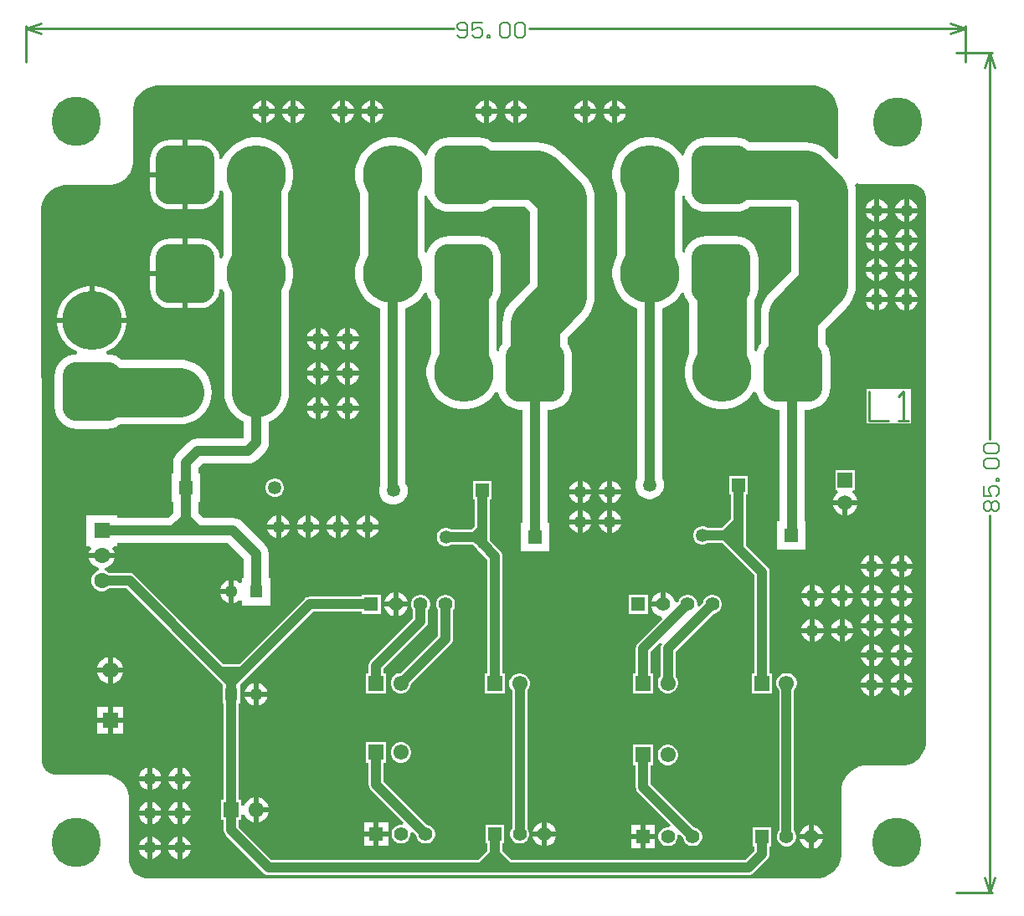
<source format=gtl>
G04*
G04 #@! TF.GenerationSoftware,Altium Limited,Altium Designer,26.2.0 (7)*
G04*
G04 Layer_Physical_Order=1*
G04 Layer_Color=255*
%FSLAX44Y44*%
%MOMM*%
G71*
G04*
G04 #@! TF.SameCoordinates,E85B846E-6058-4BB5-BA70-B6274EE6EEFF*
G04*
G04*
G04 #@! TF.FilePolarity,Positive*
G04*
G01*
G75*
%ADD13C,0.2540*%
%ADD17C,1.4000*%
%ADD18R,1.4000X1.4000*%
%ADD23R,1.5500X1.5500*%
%ADD24C,1.5500*%
%ADD34C,1.0000*%
%ADD35C,5.0000*%
%ADD36C,0.3810*%
%ADD37C,0.1524*%
G04:AMPARAMS|DCode=38|XSize=6mm|YSize=6mm|CornerRadius=1.5mm|HoleSize=0mm|Usage=FLASHONLY|Rotation=180.000|XOffset=0mm|YOffset=0mm|HoleType=Round|Shape=RoundedRectangle|*
%AMROUNDEDRECTD38*
21,1,6.0000,3.0000,0,0,180.0*
21,1,3.0000,6.0000,0,0,180.0*
1,1,3.0000,-1.5000,1.5000*
1,1,3.0000,1.5000,1.5000*
1,1,3.0000,1.5000,-1.5000*
1,1,3.0000,-1.5000,-1.5000*
%
%ADD38ROUNDEDRECTD38*%
%ADD39C,6.0000*%
%ADD40C,1.3500*%
%ADD41R,1.3500X1.3500*%
%ADD42C,1.6500*%
%ADD43R,1.6500X1.6500*%
%ADD44C,1.3000*%
%ADD45R,1.3000X1.3000*%
%ADD46R,1.5000X1.5000*%
%ADD47C,1.5000*%
%ADD48R,1.6000X1.6000*%
%ADD49C,1.6000*%
G04:AMPARAMS|DCode=50|XSize=6mm|YSize=6mm|CornerRadius=1.5mm|HoleSize=0mm|Usage=FLASHONLY|Rotation=90.000|XOffset=0mm|YOffset=0mm|HoleType=Round|Shape=RoundedRectangle|*
%AMROUNDEDRECTD50*
21,1,6.0000,3.0000,0,0,90.0*
21,1,3.0000,6.0000,0,0,90.0*
1,1,3.0000,1.5000,1.5000*
1,1,3.0000,1.5000,-1.5000*
1,1,3.0000,-1.5000,-1.5000*
1,1,3.0000,-1.5000,1.5000*
%
%ADD50ROUNDEDRECTD50*%
%ADD51C,5.0000*%
%ADD52C,1.2700*%
G36*
X803239Y816004D02*
X807861Y814089D01*
X812022Y811310D01*
X815559Y807772D01*
X818339Y803611D01*
X820254Y798989D01*
X821230Y794082D01*
Y791580D01*
Y744096D01*
X818690Y743044D01*
X811597Y750137D01*
X807693Y753472D01*
X803315Y756154D01*
X798571Y758119D01*
X793579Y759318D01*
X788460Y759721D01*
X732063D01*
X730628Y760899D01*
X726698Y762999D01*
X722434Y764293D01*
X718000Y764729D01*
X688000D01*
X683566Y764293D01*
X679302Y762999D01*
X675372Y760899D01*
X671928Y758072D01*
X669101Y754628D01*
X667001Y750698D01*
X665880Y747004D01*
X663356Y746362D01*
X663176Y746717D01*
X659695Y751508D01*
X655508Y755695D01*
X650717Y759175D01*
X645441Y761864D01*
X639809Y763694D01*
X633961Y764620D01*
X628039D01*
X622191Y763694D01*
X616559Y761864D01*
X611283Y759175D01*
X606492Y755695D01*
X602305Y751508D01*
X598825Y746717D01*
X596136Y741441D01*
X594306Y735809D01*
X593380Y729961D01*
Y724039D01*
X594306Y718191D01*
X596136Y712559D01*
X598279Y708353D01*
Y645647D01*
X596136Y641441D01*
X594306Y635809D01*
X593380Y629961D01*
Y624039D01*
X594306Y618191D01*
X596136Y612559D01*
X598825Y607283D01*
X602305Y602492D01*
X606492Y598305D01*
X611283Y594824D01*
X616559Y592136D01*
X618271Y591580D01*
Y419693D01*
X617609Y418547D01*
X616630Y414892D01*
Y411108D01*
X617609Y407453D01*
X619501Y404177D01*
X622177Y401501D01*
X625453Y399609D01*
X629108Y398630D01*
X632892D01*
X636547Y399609D01*
X639823Y401501D01*
X642499Y404177D01*
X644391Y407453D01*
X645370Y411108D01*
Y414892D01*
X644391Y418547D01*
X643729Y419693D01*
Y591580D01*
X645441Y592136D01*
X650717Y594824D01*
X655508Y598305D01*
X659695Y602492D01*
X663176Y607283D01*
X663356Y607638D01*
X665880Y606996D01*
X667001Y603302D01*
X669101Y599372D01*
X671279Y596718D01*
Y545647D01*
X669136Y541441D01*
X667306Y535809D01*
X666380Y529961D01*
Y524039D01*
X667306Y518191D01*
X669136Y512559D01*
X671824Y507283D01*
X675305Y502492D01*
X679492Y498305D01*
X684283Y494824D01*
X689559Y492136D01*
X695191Y490306D01*
X701039Y489380D01*
X706961D01*
X712809Y490306D01*
X718441Y492136D01*
X723717Y494824D01*
X728508Y498305D01*
X732695Y502492D01*
X736176Y507283D01*
X736356Y507638D01*
X738880Y506996D01*
X740001Y503302D01*
X742101Y499372D01*
X744928Y495928D01*
X748372Y493101D01*
X752302Y491001D01*
X756566Y489707D01*
X761000Y489271D01*
X762271D01*
Y376370D01*
X760130D01*
Y347630D01*
X788870D01*
Y376370D01*
X787729D01*
Y489271D01*
X791000D01*
X795434Y489707D01*
X799698Y491001D01*
X803628Y493101D01*
X807072Y495928D01*
X809899Y499372D01*
X811999Y503302D01*
X813293Y507566D01*
X813729Y512000D01*
Y542000D01*
X813293Y546434D01*
X811999Y550698D01*
X809899Y554628D01*
X808721Y556063D01*
Y571197D01*
X829867Y592343D01*
X833202Y596247D01*
X835884Y600625D01*
X837849Y605369D01*
X839048Y610361D01*
X839451Y615480D01*
Y708730D01*
X839048Y713849D01*
X838477Y716227D01*
X838509Y716324D01*
X840590Y718309D01*
X844140Y717602D01*
X846630Y717480D01*
X897158D01*
X899959Y716923D01*
X902598Y715830D01*
X904973Y714243D01*
X906993Y712223D01*
X908580Y709848D01*
X909673Y707209D01*
X910230Y704408D01*
Y702980D01*
Y153230D01*
Y150842D01*
X909298Y146157D01*
X907470Y141743D01*
X904816Y137772D01*
X901439Y134394D01*
X897467Y131740D01*
X893054Y129912D01*
X888369Y128980D01*
X850380D01*
X847890Y128858D01*
X843007Y127886D01*
X838407Y125981D01*
X834266Y123215D01*
X830746Y119694D01*
X827979Y115554D01*
X826074Y110953D01*
X825102Y106070D01*
X824980Y103580D01*
Y40380D01*
Y37878D01*
X824004Y32971D01*
X822089Y28349D01*
X819309Y24188D01*
X815772Y20651D01*
X811611Y17871D01*
X806989Y15956D01*
X802082Y14980D01*
X121408D01*
X117834Y15691D01*
X114467Y17085D01*
X111437Y19110D01*
X108860Y21687D01*
X106835Y24717D01*
X105441Y28084D01*
X104730Y31658D01*
Y33480D01*
Y94330D01*
X104608Y96820D01*
X103636Y101703D01*
X101731Y106304D01*
X98965Y110444D01*
X95444Y113965D01*
X91304Y116731D01*
X86703Y118636D01*
X81820Y119608D01*
X79330Y119730D01*
X28876D01*
X26219Y120258D01*
X23717Y121295D01*
X21465Y122800D01*
X19550Y124715D01*
X18045Y126967D01*
X17008Y129469D01*
X16480Y132126D01*
X16480Y133480D01*
Y521230D01*
X16480Y521230D01*
X15730Y521330D01*
Y690830D01*
Y693332D01*
X16706Y698239D01*
X18621Y702861D01*
X21401Y707021D01*
X24938Y710559D01*
X29099Y713339D01*
X33721Y715254D01*
X38628Y716230D01*
X83330D01*
X85820Y716352D01*
X90703Y717324D01*
X95303Y719229D01*
X99444Y721995D01*
X102964Y725516D01*
X105731Y729657D01*
X107636Y734257D01*
X108608Y739140D01*
X108730Y741630D01*
Y791580D01*
Y794082D01*
X109706Y798989D01*
X111621Y803611D01*
X114401Y807772D01*
X117938Y811310D01*
X122099Y814089D01*
X126721Y816004D01*
X131628Y816980D01*
X798332D01*
X803239Y816004D01*
D02*
G37*
G36*
X667001Y703302D02*
X669101Y699372D01*
X671928Y695928D01*
X675372Y693101D01*
X679302Y691001D01*
X683566Y689707D01*
X688000Y689271D01*
X718000D01*
X722434Y689707D01*
X726698Y691001D01*
X730628Y693101D01*
X732063Y694279D01*
X774009D01*
Y629033D01*
X752863Y607887D01*
X749528Y603983D01*
X746845Y599605D01*
X744881Y594861D01*
X743682Y589869D01*
X743279Y584750D01*
Y556063D01*
X742101Y554628D01*
X740001Y550698D01*
X739261Y548259D01*
X736721Y548636D01*
Y599155D01*
X736899Y599372D01*
X738999Y603302D01*
X740293Y607566D01*
X740730Y612000D01*
Y642000D01*
X740293Y646434D01*
X738999Y650698D01*
X736899Y654628D01*
X734072Y658072D01*
X730628Y660899D01*
X726698Y662999D01*
X722434Y664293D01*
X718000Y664730D01*
X688000D01*
X683566Y664293D01*
X679302Y662999D01*
X675372Y660899D01*
X671928Y658072D01*
X669101Y654628D01*
X667001Y650698D01*
X666261Y648259D01*
X663721Y648636D01*
Y705364D01*
X666261Y705741D01*
X667001Y703302D01*
D02*
G37*
%LPC*%
G36*
X598270Y801883D02*
Y793270D01*
X606883D01*
X606381Y795142D01*
X604876Y797748D01*
X602748Y799876D01*
X600142Y801381D01*
X598270Y801883D01*
D02*
G37*
G36*
X593190D02*
X591318Y801381D01*
X588712Y799876D01*
X586584Y797748D01*
X585079Y795142D01*
X584577Y793270D01*
X593190D01*
Y801883D01*
D02*
G37*
G36*
X568270D02*
Y793270D01*
X576883D01*
X576381Y795142D01*
X574876Y797748D01*
X572748Y799876D01*
X570142Y801381D01*
X568270Y801883D01*
D02*
G37*
G36*
X563190D02*
X561318Y801381D01*
X558712Y799876D01*
X556584Y797748D01*
X555079Y795142D01*
X554577Y793270D01*
X563190D01*
Y801883D01*
D02*
G37*
G36*
X498270D02*
Y793270D01*
X506883D01*
X506381Y795142D01*
X504876Y797748D01*
X502748Y799876D01*
X500142Y801381D01*
X498270Y801883D01*
D02*
G37*
G36*
X493190D02*
X491318Y801381D01*
X488712Y799876D01*
X486584Y797748D01*
X485079Y795142D01*
X484577Y793270D01*
X493190D01*
Y801883D01*
D02*
G37*
G36*
X468270D02*
Y793270D01*
X476883D01*
X476381Y795142D01*
X474876Y797748D01*
X472748Y799876D01*
X470142Y801381D01*
X468270Y801883D01*
D02*
G37*
G36*
X463190D02*
X461318Y801381D01*
X458712Y799876D01*
X456584Y797748D01*
X455079Y795142D01*
X454577Y793270D01*
X463190D01*
Y801883D01*
D02*
G37*
G36*
X353270D02*
Y793270D01*
X361883D01*
X361381Y795142D01*
X359876Y797748D01*
X357748Y799876D01*
X355142Y801381D01*
X353270Y801883D01*
D02*
G37*
G36*
X348190D02*
X346318Y801381D01*
X343712Y799876D01*
X341584Y797748D01*
X340079Y795142D01*
X339577Y793270D01*
X348190D01*
Y801883D01*
D02*
G37*
G36*
X323270D02*
Y793270D01*
X331883D01*
X331381Y795142D01*
X329876Y797748D01*
X327748Y799876D01*
X325142Y801381D01*
X323270Y801883D01*
D02*
G37*
G36*
X318190D02*
X316318Y801381D01*
X313712Y799876D01*
X311584Y797748D01*
X310079Y795142D01*
X309577Y793270D01*
X318190D01*
Y801883D01*
D02*
G37*
G36*
X273270D02*
Y793270D01*
X281883D01*
X281381Y795142D01*
X279876Y797748D01*
X277748Y799876D01*
X275142Y801381D01*
X273270Y801883D01*
D02*
G37*
G36*
X268190D02*
X266318Y801381D01*
X263712Y799876D01*
X261584Y797748D01*
X260079Y795142D01*
X259577Y793270D01*
X268190D01*
Y801883D01*
D02*
G37*
G36*
X243270D02*
Y793270D01*
X251883D01*
X251381Y795142D01*
X249876Y797748D01*
X247748Y799876D01*
X245142Y801381D01*
X243270Y801883D01*
D02*
G37*
G36*
X238190D02*
X236318Y801381D01*
X233712Y799876D01*
X231584Y797748D01*
X230079Y795142D01*
X229577Y793270D01*
X238190D01*
Y801883D01*
D02*
G37*
G36*
X606883Y788190D02*
X598270D01*
Y779577D01*
X600142Y780079D01*
X602748Y781584D01*
X604876Y783712D01*
X606381Y786318D01*
X606883Y788190D01*
D02*
G37*
G36*
X593190D02*
X584577D01*
X585079Y786318D01*
X586584Y783712D01*
X588712Y781584D01*
X591318Y780079D01*
X593190Y779577D01*
Y788190D01*
D02*
G37*
G36*
X576883D02*
X568270D01*
Y779577D01*
X570142Y780079D01*
X572748Y781584D01*
X574876Y783712D01*
X576381Y786318D01*
X576883Y788190D01*
D02*
G37*
G36*
X563190D02*
X554577D01*
X555079Y786318D01*
X556584Y783712D01*
X558712Y781584D01*
X561318Y780079D01*
X563190Y779577D01*
Y788190D01*
D02*
G37*
G36*
X506883D02*
X498270D01*
Y779577D01*
X500142Y780079D01*
X502748Y781584D01*
X504876Y783712D01*
X506381Y786318D01*
X506883Y788190D01*
D02*
G37*
G36*
X493190D02*
X484577D01*
X485079Y786318D01*
X486584Y783712D01*
X488712Y781584D01*
X491318Y780079D01*
X493190Y779577D01*
Y788190D01*
D02*
G37*
G36*
X476883D02*
X468270D01*
Y779577D01*
X470142Y780079D01*
X472748Y781584D01*
X474876Y783712D01*
X476381Y786318D01*
X476883Y788190D01*
D02*
G37*
G36*
X463190D02*
X454577D01*
X455079Y786318D01*
X456584Y783712D01*
X458712Y781584D01*
X461318Y780079D01*
X463190Y779577D01*
Y788190D01*
D02*
G37*
G36*
X361883D02*
X353270D01*
Y779577D01*
X355142Y780079D01*
X357748Y781584D01*
X359876Y783712D01*
X361381Y786318D01*
X361883Y788190D01*
D02*
G37*
G36*
X348190D02*
X339577D01*
X340079Y786318D01*
X341584Y783712D01*
X343712Y781584D01*
X346318Y780079D01*
X348190Y779577D01*
Y788190D01*
D02*
G37*
G36*
X331883D02*
X323270D01*
Y779577D01*
X325142Y780079D01*
X327748Y781584D01*
X329876Y783712D01*
X331381Y786318D01*
X331883Y788190D01*
D02*
G37*
G36*
X318190D02*
X309577D01*
X310079Y786318D01*
X311584Y783712D01*
X313712Y781584D01*
X316318Y780079D01*
X318190Y779577D01*
Y788190D01*
D02*
G37*
G36*
X281883D02*
X273270D01*
Y779577D01*
X275142Y780079D01*
X277748Y781584D01*
X279876Y783712D01*
X281381Y786318D01*
X281883Y788190D01*
D02*
G37*
G36*
X268190D02*
X259577D01*
X260079Y786318D01*
X261584Y783712D01*
X263712Y781584D01*
X266318Y780079D01*
X268190Y779577D01*
Y788190D01*
D02*
G37*
G36*
X251883D02*
X243270D01*
Y779577D01*
X245142Y780079D01*
X247748Y781584D01*
X249876Y783712D01*
X251381Y786318D01*
X251883Y788190D01*
D02*
G37*
G36*
X238190D02*
X229577D01*
X230079Y786318D01*
X231584Y783712D01*
X233712Y781584D01*
X236318Y780079D01*
X238190Y779577D01*
Y788190D01*
D02*
G37*
G36*
X458000Y764729D02*
X428000D01*
X423566Y764293D01*
X419302Y762999D01*
X415372Y760899D01*
X411928Y758072D01*
X409101Y754628D01*
X407001Y750698D01*
X405880Y747004D01*
X403356Y746362D01*
X403176Y746717D01*
X399695Y751508D01*
X395508Y755695D01*
X390717Y759175D01*
X385441Y761864D01*
X379809Y763694D01*
X373961Y764620D01*
X368039D01*
X362191Y763694D01*
X356559Y761864D01*
X351283Y759175D01*
X346492Y755695D01*
X342305Y751508D01*
X338825Y746717D01*
X336136Y741441D01*
X334306Y735809D01*
X333380Y729961D01*
Y724039D01*
X334306Y718191D01*
X336136Y712559D01*
X338279Y708353D01*
Y645647D01*
X336136Y641441D01*
X334306Y635809D01*
X333380Y629961D01*
Y624039D01*
X334306Y618191D01*
X336136Y612559D01*
X338825Y607283D01*
X342305Y602492D01*
X346492Y598305D01*
X351283Y594824D01*
X356559Y592136D01*
X358771Y591417D01*
Y413510D01*
X358359Y412797D01*
X357380Y409142D01*
Y405358D01*
X358359Y401703D01*
X360251Y398427D01*
X362927Y395751D01*
X366203Y393859D01*
X369858Y392880D01*
X373642D01*
X377297Y393859D01*
X380574Y395751D01*
X383249Y398427D01*
X385141Y401703D01*
X386120Y405358D01*
Y409142D01*
X385141Y412797D01*
X384229Y414376D01*
Y591742D01*
X385441Y592136D01*
X390717Y594824D01*
X395508Y598305D01*
X399695Y602492D01*
X403176Y607283D01*
X403356Y607638D01*
X405880Y606996D01*
X407001Y603302D01*
X409101Y599372D01*
X410279Y597937D01*
Y545647D01*
X408136Y541441D01*
X406306Y535809D01*
X405380Y529961D01*
Y524039D01*
X406306Y518191D01*
X408136Y512559D01*
X410825Y507283D01*
X414305Y502492D01*
X418492Y498305D01*
X423283Y494824D01*
X428559Y492136D01*
X434191Y490306D01*
X440039Y489380D01*
X445961D01*
X451809Y490306D01*
X457441Y492136D01*
X462717Y494824D01*
X467508Y498305D01*
X471695Y502492D01*
X475176Y507283D01*
X475356Y507638D01*
X477880Y506996D01*
X479001Y503302D01*
X481101Y499372D01*
X483928Y495928D01*
X487372Y493101D01*
X491302Y491001D01*
X495566Y489707D01*
X500000Y489271D01*
X502271D01*
Y374370D01*
X500630D01*
Y345630D01*
X529370D01*
Y374370D01*
X527729D01*
Y489271D01*
X530000D01*
X534434Y489707D01*
X538698Y491001D01*
X542628Y493101D01*
X546072Y495928D01*
X548899Y499372D01*
X550999Y503302D01*
X552293Y507566D01*
X552729Y512000D01*
Y542000D01*
X552293Y546434D01*
X550999Y550698D01*
X548899Y554628D01*
X547721Y556063D01*
Y562697D01*
X565617Y580593D01*
X568952Y584497D01*
X571635Y588875D01*
X573599Y593619D01*
X574798Y598611D01*
X575201Y603730D01*
Y702730D01*
X574798Y707849D01*
X573599Y712841D01*
X571634Y717585D01*
X568952Y721963D01*
X565617Y725867D01*
X544117Y747367D01*
X540213Y750702D01*
X537463Y752387D01*
X536193Y753472D01*
X531815Y756154D01*
X527071Y758119D01*
X522079Y759318D01*
X516960Y759721D01*
X472063D01*
X470628Y760899D01*
X466698Y762999D01*
X462434Y764293D01*
X458000Y764729D01*
D02*
G37*
G36*
X235961Y764620D02*
X230039D01*
X224191Y763694D01*
X218559Y761864D01*
X213283Y759175D01*
X208492Y755695D01*
X204305Y751508D01*
X200825Y746717D01*
X198680Y742507D01*
X196079Y742998D01*
X195790Y745936D01*
X194641Y749722D01*
X192777Y753210D01*
X190267Y756267D01*
X187210Y758777D01*
X183722Y760641D01*
X179936Y761789D01*
X176000Y762177D01*
X163540D01*
Y727000D01*
Y691823D01*
X176000D01*
X179936Y692211D01*
X183722Y693359D01*
X187210Y695223D01*
X190267Y697733D01*
X192777Y700790D01*
X194641Y704278D01*
X195790Y708064D01*
X196079Y711002D01*
X198680Y711493D01*
X200279Y708353D01*
Y645647D01*
X198680Y642507D01*
X196079Y642998D01*
X195790Y645936D01*
X194641Y649722D01*
X192777Y653210D01*
X190267Y656267D01*
X187210Y658777D01*
X183722Y660641D01*
X179936Y661789D01*
X176000Y662177D01*
X163540D01*
Y627000D01*
Y591823D01*
X176000D01*
X179936Y592211D01*
X183722Y593359D01*
X187210Y595223D01*
X190267Y597733D01*
X192777Y600790D01*
X194641Y604278D01*
X195790Y608064D01*
X196079Y611002D01*
X198680Y611493D01*
X200779Y607372D01*
Y507000D01*
X201182Y501881D01*
X202381Y496889D01*
X204345Y492145D01*
X207028Y487767D01*
X210363Y483863D01*
X214267Y480528D01*
X218645Y477845D01*
X220771Y476965D01*
Y461022D01*
X219517Y459769D01*
X173540D01*
X170246Y459335D01*
X167176Y458064D01*
X164539Y456041D01*
X152999Y444501D01*
X150976Y441864D01*
X149705Y438795D01*
X149271Y435500D01*
Y424370D01*
X147630D01*
Y395630D01*
X149271D01*
Y384442D01*
X144438Y379609D01*
X92600D01*
Y382500D01*
X61360D01*
Y351260D01*
X64938D01*
X66057Y348720D01*
X64791Y346529D01*
X64119Y344020D01*
X89841D01*
X89169Y346529D01*
X87903Y348720D01*
X89023Y351260D01*
X92600D01*
Y354151D01*
X204428D01*
X220271Y338307D01*
Y319120D01*
X218880D01*
Y314089D01*
X216340Y313037D01*
X215110Y314266D01*
X212470Y315791D01*
X210540Y316308D01*
Y305000D01*
Y293692D01*
X212470Y294209D01*
X215110Y295734D01*
X216340Y296963D01*
X218880Y295911D01*
Y290880D01*
X247120D01*
Y319120D01*
X245729D01*
Y343580D01*
X245295Y346874D01*
X244024Y349944D01*
X242001Y352581D01*
X218701Y375881D01*
X216064Y377904D01*
X212994Y379175D01*
X209700Y379609D01*
X179562D01*
X174729Y384442D01*
Y395630D01*
X176370D01*
Y424370D01*
X174729D01*
Y430228D01*
X178813Y434311D01*
X224790D01*
X228085Y434745D01*
X231154Y436017D01*
X233791Y438039D01*
X242501Y446749D01*
X244524Y449386D01*
X245795Y452456D01*
X246229Y455750D01*
Y476965D01*
X248355Y477845D01*
X252733Y480528D01*
X256637Y483863D01*
X259972Y487767D01*
X262654Y492145D01*
X264619Y496889D01*
X265818Y501881D01*
X266221Y507000D01*
Y609334D01*
X267864Y612559D01*
X269694Y618191D01*
X270620Y624039D01*
Y629961D01*
X269694Y635809D01*
X267864Y641441D01*
X265721Y645647D01*
Y708353D01*
X267864Y712559D01*
X269694Y718191D01*
X270620Y724039D01*
Y729961D01*
X269694Y735809D01*
X267864Y741441D01*
X265175Y746717D01*
X261695Y751508D01*
X257508Y755695D01*
X252717Y759175D01*
X247441Y761864D01*
X241809Y763694D01*
X235961Y764620D01*
D02*
G37*
G36*
X158460Y762177D02*
X146000D01*
X142064Y761789D01*
X138279Y760641D01*
X134790Y758777D01*
X131733Y756267D01*
X129223Y753210D01*
X127359Y749722D01*
X126211Y745936D01*
X125823Y742000D01*
Y729540D01*
X158460D01*
Y762177D01*
D02*
G37*
G36*
X893270Y701883D02*
Y693270D01*
X901883D01*
X901381Y695142D01*
X899876Y697748D01*
X897748Y699876D01*
X895142Y701381D01*
X893270Y701883D01*
D02*
G37*
G36*
X888190D02*
X886318Y701381D01*
X883712Y699876D01*
X881584Y697748D01*
X880079Y695142D01*
X879577Y693270D01*
X888190D01*
Y701883D01*
D02*
G37*
G36*
X863270D02*
Y693270D01*
X871883D01*
X871381Y695142D01*
X869876Y697748D01*
X867748Y699876D01*
X865142Y701381D01*
X863270Y701883D01*
D02*
G37*
G36*
X858190D02*
X856318Y701381D01*
X853712Y699876D01*
X851584Y697748D01*
X850079Y695142D01*
X849577Y693270D01*
X858190D01*
Y701883D01*
D02*
G37*
G36*
X158460Y724460D02*
X125823D01*
Y712000D01*
X126211Y708064D01*
X127359Y704278D01*
X129223Y700790D01*
X131733Y697733D01*
X134790Y695223D01*
X138279Y693359D01*
X142064Y692211D01*
X146000Y691823D01*
X158460D01*
Y724460D01*
D02*
G37*
G36*
X901883Y688190D02*
X893270D01*
Y679577D01*
X895142Y680079D01*
X897748Y681584D01*
X899876Y683712D01*
X901381Y686318D01*
X901883Y688190D01*
D02*
G37*
G36*
X888190D02*
X879577D01*
X880079Y686318D01*
X881584Y683712D01*
X883712Y681584D01*
X886318Y680079D01*
X888190Y679577D01*
Y688190D01*
D02*
G37*
G36*
X871883D02*
X863270D01*
Y679577D01*
X865142Y680079D01*
X867748Y681584D01*
X869876Y683712D01*
X871381Y686318D01*
X871883Y688190D01*
D02*
G37*
G36*
X858190D02*
X849577D01*
X850079Y686318D01*
X851584Y683712D01*
X853712Y681584D01*
X856318Y680079D01*
X858190Y679577D01*
Y688190D01*
D02*
G37*
G36*
X893270Y671883D02*
Y663270D01*
X901883D01*
X901381Y665142D01*
X899876Y667748D01*
X897748Y669876D01*
X895142Y671381D01*
X893270Y671883D01*
D02*
G37*
G36*
X888190D02*
X886318Y671381D01*
X883712Y669876D01*
X881584Y667748D01*
X880079Y665142D01*
X879577Y663270D01*
X888190D01*
Y671883D01*
D02*
G37*
G36*
X863270D02*
Y663270D01*
X871883D01*
X871381Y665142D01*
X869876Y667748D01*
X867748Y669876D01*
X865142Y671381D01*
X863270Y671883D01*
D02*
G37*
G36*
X858190D02*
X856318Y671381D01*
X853712Y669876D01*
X851584Y667748D01*
X850079Y665142D01*
X849577Y663270D01*
X858190D01*
Y671883D01*
D02*
G37*
G36*
X901883Y658190D02*
X893270D01*
Y649577D01*
X895142Y650079D01*
X897748Y651584D01*
X899876Y653712D01*
X901381Y656318D01*
X901883Y658190D01*
D02*
G37*
G36*
X888190D02*
X879577D01*
X880079Y656318D01*
X881584Y653712D01*
X883712Y651584D01*
X886318Y650079D01*
X888190Y649577D01*
Y658190D01*
D02*
G37*
G36*
X871883D02*
X863270D01*
Y649577D01*
X865142Y650079D01*
X867748Y651584D01*
X869876Y653712D01*
X871381Y656318D01*
X871883Y658190D01*
D02*
G37*
G36*
X858190D02*
X849577D01*
X850079Y656318D01*
X851584Y653712D01*
X853712Y651584D01*
X856318Y650079D01*
X858190Y649577D01*
Y658190D01*
D02*
G37*
G36*
X893270Y641883D02*
Y633270D01*
X901883D01*
X901381Y635142D01*
X899876Y637748D01*
X897748Y639876D01*
X895142Y641381D01*
X893270Y641883D01*
D02*
G37*
G36*
X888190D02*
X886318Y641381D01*
X883712Y639876D01*
X881584Y637748D01*
X880079Y635142D01*
X879577Y633270D01*
X888190D01*
Y641883D01*
D02*
G37*
G36*
X863270D02*
Y633270D01*
X871883D01*
X871381Y635142D01*
X869876Y637748D01*
X867748Y639876D01*
X865142Y641381D01*
X863270Y641883D01*
D02*
G37*
G36*
X858190D02*
X856318Y641381D01*
X853712Y639876D01*
X851584Y637748D01*
X850079Y635142D01*
X849577Y633270D01*
X858190D01*
Y641883D01*
D02*
G37*
G36*
X158460Y662177D02*
X146000D01*
X142064Y661789D01*
X138279Y660641D01*
X134790Y658777D01*
X131733Y656267D01*
X129223Y653210D01*
X127359Y649722D01*
X126211Y645936D01*
X125823Y642000D01*
Y629540D01*
X158460D01*
Y662177D01*
D02*
G37*
G36*
X901883Y628190D02*
X893270D01*
Y619577D01*
X895142Y620079D01*
X897748Y621584D01*
X899876Y623712D01*
X901381Y626318D01*
X901883Y628190D01*
D02*
G37*
G36*
X888190D02*
X879577D01*
X880079Y626318D01*
X881584Y623712D01*
X883712Y621584D01*
X886318Y620079D01*
X888190Y619577D01*
Y628190D01*
D02*
G37*
G36*
X871883D02*
X863270D01*
Y619577D01*
X865142Y620079D01*
X867748Y621584D01*
X869876Y623712D01*
X871381Y626318D01*
X871883Y628190D01*
D02*
G37*
G36*
X858190D02*
X849577D01*
X850079Y626318D01*
X851584Y623712D01*
X853712Y621584D01*
X856318Y620079D01*
X858190Y619577D01*
Y628190D01*
D02*
G37*
G36*
X893270Y611883D02*
Y603270D01*
X901883D01*
X901381Y605142D01*
X899876Y607748D01*
X897748Y609876D01*
X895142Y611381D01*
X893270Y611883D01*
D02*
G37*
G36*
X888190D02*
X886318Y611381D01*
X883712Y609876D01*
X881584Y607748D01*
X880079Y605142D01*
X879577Y603270D01*
X888190D01*
Y611883D01*
D02*
G37*
G36*
X863270D02*
Y603270D01*
X871883D01*
X871381Y605142D01*
X869876Y607748D01*
X867748Y609876D01*
X865142Y611381D01*
X863270Y611883D01*
D02*
G37*
G36*
X858190D02*
X856318Y611381D01*
X853712Y609876D01*
X851584Y607748D01*
X850079Y605142D01*
X849577Y603270D01*
X858190D01*
Y611883D01*
D02*
G37*
G36*
X158460Y624460D02*
X125823D01*
Y612000D01*
X126211Y608064D01*
X127359Y604278D01*
X129223Y600790D01*
X131733Y597733D01*
X134790Y595223D01*
X138279Y593359D01*
X142064Y592211D01*
X146000Y591823D01*
X158460D01*
Y624460D01*
D02*
G37*
G36*
X901883Y598190D02*
X893270D01*
Y589577D01*
X895142Y590079D01*
X897748Y591584D01*
X899876Y593712D01*
X901381Y596318D01*
X901883Y598190D01*
D02*
G37*
G36*
X888190D02*
X879577D01*
X880079Y596318D01*
X881584Y593712D01*
X883712Y591584D01*
X886318Y590079D01*
X888190Y589577D01*
Y598190D01*
D02*
G37*
G36*
X871883D02*
X863270D01*
Y589577D01*
X865142Y590079D01*
X867748Y591584D01*
X869876Y593712D01*
X871381Y596318D01*
X871883Y598190D01*
D02*
G37*
G36*
X858190D02*
X849577D01*
X850079Y596318D01*
X851584Y593712D01*
X853712Y591584D01*
X856318Y590079D01*
X858190Y589577D01*
Y598190D01*
D02*
G37*
G36*
X69761Y614580D02*
X69540D01*
Y582040D01*
X102080D01*
Y582261D01*
X101216Y587715D01*
X99510Y592966D01*
X97003Y597886D01*
X93758Y602353D01*
X89853Y606258D01*
X85386Y609503D01*
X80466Y612010D01*
X75215Y613716D01*
X69761Y614580D01*
D02*
G37*
G36*
X64460D02*
X64239D01*
X58786Y613716D01*
X53534Y612010D01*
X48614Y609503D01*
X44147Y606258D01*
X40243Y602353D01*
X36997Y597886D01*
X34490Y592966D01*
X32784Y587715D01*
X31920Y582261D01*
Y582040D01*
X64460D01*
Y614580D01*
D02*
G37*
G36*
X328270Y571883D02*
Y563270D01*
X336883D01*
X336381Y565142D01*
X334876Y567748D01*
X332748Y569876D01*
X330142Y571381D01*
X328270Y571883D01*
D02*
G37*
G36*
X323190D02*
X321318Y571381D01*
X318712Y569876D01*
X316584Y567748D01*
X315079Y565142D01*
X314577Y563270D01*
X323190D01*
Y571883D01*
D02*
G37*
G36*
X298270D02*
Y563270D01*
X306883D01*
X306381Y565142D01*
X304876Y567748D01*
X302748Y569876D01*
X300142Y571381D01*
X298270Y571883D01*
D02*
G37*
G36*
X293190D02*
X291318Y571381D01*
X288712Y569876D01*
X286584Y567748D01*
X285079Y565142D01*
X284577Y563270D01*
X293190D01*
Y571883D01*
D02*
G37*
G36*
X336883Y558190D02*
X328270D01*
Y549577D01*
X330142Y550079D01*
X332748Y551584D01*
X334876Y553712D01*
X336381Y556318D01*
X336883Y558190D01*
D02*
G37*
G36*
X323190D02*
X314577D01*
X315079Y556318D01*
X316584Y553712D01*
X318712Y551584D01*
X321318Y550079D01*
X323190Y549577D01*
Y558190D01*
D02*
G37*
G36*
X306883D02*
X298270D01*
Y549577D01*
X300142Y550079D01*
X302748Y551584D01*
X304876Y553712D01*
X306381Y556318D01*
X306883Y558190D01*
D02*
G37*
G36*
X293190D02*
X284577D01*
X285079Y556318D01*
X286584Y553712D01*
X288712Y551584D01*
X291318Y550079D01*
X293190Y549577D01*
Y558190D01*
D02*
G37*
G36*
X328270Y536883D02*
Y528270D01*
X336883D01*
X336381Y530142D01*
X334876Y532748D01*
X332748Y534876D01*
X330142Y536381D01*
X328270Y536883D01*
D02*
G37*
G36*
X323190D02*
X321318Y536381D01*
X318712Y534876D01*
X316584Y532748D01*
X315079Y530142D01*
X314577Y528270D01*
X323190D01*
Y536883D01*
D02*
G37*
G36*
X298270D02*
Y528270D01*
X306883D01*
X306381Y530142D01*
X304876Y532748D01*
X302748Y534876D01*
X300142Y536381D01*
X298270Y536883D01*
D02*
G37*
G36*
X293190D02*
X291318Y536381D01*
X288712Y534876D01*
X286584Y532748D01*
X285079Y530142D01*
X284577Y528270D01*
X293190D01*
Y536883D01*
D02*
G37*
G36*
X336883Y523190D02*
X328270D01*
Y514577D01*
X330142Y515079D01*
X332748Y516584D01*
X334876Y518712D01*
X336381Y521318D01*
X336883Y523190D01*
D02*
G37*
G36*
X323190D02*
X314577D01*
X315079Y521318D01*
X316584Y518712D01*
X318712Y516584D01*
X321318Y515079D01*
X323190Y514577D01*
Y523190D01*
D02*
G37*
G36*
X306883D02*
X298270D01*
Y514577D01*
X300142Y515079D01*
X302748Y516584D01*
X304876Y518712D01*
X306381Y521318D01*
X306883Y523190D01*
D02*
G37*
G36*
X293190D02*
X284577D01*
X285079Y521318D01*
X286584Y518712D01*
X288712Y516584D01*
X291318Y515079D01*
X293190Y514577D01*
Y523190D01*
D02*
G37*
G36*
X328270Y501883D02*
Y493270D01*
X336883D01*
X336381Y495142D01*
X334876Y497748D01*
X332748Y499876D01*
X330142Y501381D01*
X328270Y501883D01*
D02*
G37*
G36*
X323190D02*
X321318Y501381D01*
X318712Y499876D01*
X316584Y497748D01*
X315079Y495142D01*
X314577Y493270D01*
X323190D01*
Y501883D01*
D02*
G37*
G36*
X298270D02*
Y493270D01*
X306883D01*
X306381Y495142D01*
X304876Y497748D01*
X302748Y499876D01*
X300142Y501381D01*
X298270Y501883D01*
D02*
G37*
G36*
X293190D02*
X291318Y501381D01*
X288712Y499876D01*
X286584Y497748D01*
X285079Y495142D01*
X284577Y493270D01*
X293190D01*
Y501883D01*
D02*
G37*
G36*
X336883Y488190D02*
X328270D01*
Y479577D01*
X330142Y480079D01*
X332748Y481584D01*
X334876Y483712D01*
X336381Y486318D01*
X336883Y488190D01*
D02*
G37*
G36*
X323190D02*
X314577D01*
X315079Y486318D01*
X316584Y483712D01*
X318712Y481584D01*
X321318Y480079D01*
X323190Y479577D01*
Y488190D01*
D02*
G37*
G36*
X306883D02*
X298270D01*
Y479577D01*
X300142Y480079D01*
X302748Y481584D01*
X304876Y483712D01*
X306381Y486318D01*
X306883Y488190D01*
D02*
G37*
G36*
X293190D02*
X284577D01*
X285079Y486318D01*
X286584Y483712D01*
X288712Y481584D01*
X291318Y480079D01*
X293190Y479577D01*
Y488190D01*
D02*
G37*
G36*
X895067Y510070D02*
X850000D01*
Y475000D01*
X895067D01*
Y510070D01*
D02*
G37*
G36*
X102080Y576960D02*
X67000D01*
X31920D01*
Y576739D01*
X32784Y571285D01*
X34490Y566034D01*
X36997Y561114D01*
X40243Y556647D01*
X44147Y552743D01*
X48614Y549497D01*
X52004Y547769D01*
X52002Y546459D01*
X51493Y545179D01*
X47566Y544793D01*
X43302Y543499D01*
X39372Y541399D01*
X35928Y538572D01*
X33101Y535128D01*
X31001Y531198D01*
X29707Y526934D01*
X29271Y522500D01*
Y492500D01*
X29707Y488066D01*
X31001Y483802D01*
X33101Y479872D01*
X35928Y476428D01*
X39372Y473601D01*
X43302Y471501D01*
X47566Y470207D01*
X52000Y469771D01*
X82000D01*
X86434Y470207D01*
X90698Y471501D01*
X94628Y473601D01*
X95454Y474279D01*
X155500D01*
X160619Y474682D01*
X165611Y475881D01*
X170355Y477845D01*
X174733Y480528D01*
X178637Y483863D01*
X181972Y487767D01*
X184655Y492145D01*
X186619Y496889D01*
X187818Y501881D01*
X188221Y507000D01*
X187818Y512119D01*
X186619Y517111D01*
X184655Y521855D01*
X181972Y526233D01*
X178637Y530137D01*
X174733Y533472D01*
X170355Y536155D01*
X165611Y538119D01*
X160619Y539318D01*
X155500Y539721D01*
X96672D01*
X94628Y541399D01*
X90698Y543499D01*
X86434Y544793D01*
X82507Y545179D01*
X81998Y546459D01*
X81996Y547769D01*
X85386Y549497D01*
X89853Y552743D01*
X93758Y556647D01*
X97003Y561114D01*
X99510Y566034D01*
X101216Y571285D01*
X102080Y576739D01*
Y576960D01*
D02*
G37*
G36*
X593270Y416883D02*
Y408270D01*
X601883D01*
X601381Y410142D01*
X599876Y412748D01*
X597748Y414876D01*
X595142Y416381D01*
X593270Y416883D01*
D02*
G37*
G36*
X588190D02*
X586318Y416381D01*
X583712Y414876D01*
X581584Y412748D01*
X580079Y410142D01*
X579577Y408270D01*
X588190D01*
Y416883D01*
D02*
G37*
G36*
X563270D02*
Y408270D01*
X571883D01*
X571381Y410142D01*
X569876Y412748D01*
X567748Y414876D01*
X565142Y416381D01*
X563270Y416883D01*
D02*
G37*
G36*
X558190D02*
X556318Y416381D01*
X553712Y414876D01*
X551584Y412748D01*
X550079Y410142D01*
X549577Y408270D01*
X558190D01*
Y416883D01*
D02*
G37*
G36*
X253223Y419290D02*
X250777D01*
X248414Y418657D01*
X246296Y417434D01*
X244566Y415704D01*
X243343Y413586D01*
X242710Y411223D01*
Y408777D01*
X243343Y406414D01*
X244566Y404296D01*
X246296Y402566D01*
X248414Y401343D01*
X250777Y400710D01*
X253223D01*
X255586Y401343D01*
X257704Y402566D01*
X259434Y404296D01*
X260657Y406414D01*
X261290Y408777D01*
Y411223D01*
X260657Y413586D01*
X259434Y415704D01*
X257704Y417434D01*
X255586Y418657D01*
X253223Y419290D01*
D02*
G37*
G36*
X838770Y427770D02*
X818690D01*
Y407690D01*
X820591D01*
X821272Y405150D01*
X821006Y404996D01*
X818663Y402654D01*
X817007Y399786D01*
X816387Y397470D01*
X828730D01*
X841073D01*
X840453Y399786D01*
X838796Y402654D01*
X836454Y404996D01*
X836188Y405150D01*
X836869Y407690D01*
X838770D01*
Y427770D01*
D02*
G37*
G36*
X601883Y403190D02*
X593270D01*
Y394577D01*
X595142Y395079D01*
X597748Y396584D01*
X599876Y398712D01*
X601381Y401318D01*
X601883Y403190D01*
D02*
G37*
G36*
X588190D02*
X579577D01*
X580079Y401318D01*
X581584Y398712D01*
X583712Y396584D01*
X586318Y395079D01*
X588190Y394577D01*
Y403190D01*
D02*
G37*
G36*
X571883D02*
X563270D01*
Y394577D01*
X565142Y395079D01*
X567748Y396584D01*
X569876Y398712D01*
X571381Y401318D01*
X571883Y403190D01*
D02*
G37*
G36*
X558190D02*
X549577D01*
X550079Y401318D01*
X551584Y398712D01*
X553712Y396584D01*
X556318Y395079D01*
X558190Y394577D01*
Y403190D01*
D02*
G37*
G36*
X841073Y392390D02*
X831270D01*
Y382587D01*
X833586Y383207D01*
X836454Y384864D01*
X838796Y387206D01*
X840453Y390074D01*
X841073Y392390D01*
D02*
G37*
G36*
X826190D02*
X816387D01*
X817007Y390074D01*
X818663Y387206D01*
X821006Y384864D01*
X823874Y383207D01*
X826190Y382587D01*
Y392390D01*
D02*
G37*
G36*
X593270Y386883D02*
Y378270D01*
X601883D01*
X601381Y380142D01*
X599876Y382748D01*
X597748Y384876D01*
X595142Y386381D01*
X593270Y386883D01*
D02*
G37*
G36*
X588190D02*
X586318Y386381D01*
X583712Y384876D01*
X581584Y382748D01*
X580079Y380142D01*
X579577Y378270D01*
X588190D01*
Y386883D01*
D02*
G37*
G36*
X563270D02*
Y378270D01*
X571883D01*
X571381Y380142D01*
X569876Y382748D01*
X567748Y384876D01*
X565142Y386381D01*
X563270Y386883D01*
D02*
G37*
G36*
X558190D02*
X556318Y386381D01*
X553712Y384876D01*
X551584Y382748D01*
X550079Y380142D01*
X549577Y378270D01*
X558190D01*
Y386883D01*
D02*
G37*
G36*
X348270Y381883D02*
Y373270D01*
X356883D01*
X356381Y375142D01*
X354876Y377748D01*
X352748Y379876D01*
X350142Y381381D01*
X348270Y381883D01*
D02*
G37*
G36*
X343190D02*
X341318Y381381D01*
X338712Y379876D01*
X336584Y377748D01*
X335079Y375142D01*
X334577Y373270D01*
X343190D01*
Y381883D01*
D02*
G37*
G36*
X318270D02*
Y373270D01*
X326883D01*
X326381Y375142D01*
X324876Y377748D01*
X322748Y379876D01*
X320142Y381381D01*
X318270Y381883D01*
D02*
G37*
G36*
X313190D02*
X311318Y381381D01*
X308712Y379876D01*
X306584Y377748D01*
X305079Y375142D01*
X304577Y373270D01*
X313190D01*
Y381883D01*
D02*
G37*
G36*
X288270D02*
Y373270D01*
X296883D01*
X296381Y375142D01*
X294876Y377748D01*
X292748Y379876D01*
X290142Y381381D01*
X288270Y381883D01*
D02*
G37*
G36*
X283190D02*
X281318Y381381D01*
X278712Y379876D01*
X276584Y377748D01*
X275079Y375142D01*
X274577Y373270D01*
X283190D01*
Y381883D01*
D02*
G37*
G36*
X258270D02*
Y373270D01*
X266883D01*
X266381Y375142D01*
X264876Y377748D01*
X262748Y379876D01*
X260142Y381381D01*
X258270Y381883D01*
D02*
G37*
G36*
X253190D02*
X251318Y381381D01*
X248712Y379876D01*
X246584Y377748D01*
X245079Y375142D01*
X244577Y373270D01*
X253190D01*
Y381883D01*
D02*
G37*
G36*
X730290Y422290D02*
X711710D01*
Y403710D01*
X713395D01*
Y378710D01*
X704290Y369605D01*
X689908D01*
X688086Y370657D01*
X685723Y371290D01*
X683277D01*
X680914Y370657D01*
X678796Y369434D01*
X677066Y367704D01*
X675843Y365586D01*
X675210Y363223D01*
Y360777D01*
X675843Y358414D01*
X677066Y356296D01*
X678796Y354566D01*
X680914Y353343D01*
X683277Y352710D01*
X685723D01*
X688086Y353343D01*
X689908Y354395D01*
X704290D01*
X714762Y343922D01*
X736895Y321790D01*
Y222540D01*
X734210D01*
Y201960D01*
X754790D01*
Y222540D01*
X752105D01*
Y324940D01*
X751846Y326908D01*
X751086Y328742D01*
X749878Y330318D01*
X728605Y351590D01*
Y362860D01*
Y375560D01*
Y403710D01*
X730290D01*
Y422290D01*
D02*
G37*
G36*
X471040Y416540D02*
X452460D01*
Y397960D01*
X454145D01*
Y370920D01*
X450830Y367605D01*
X430408D01*
X428586Y368657D01*
X426223Y369290D01*
X423777D01*
X421414Y368657D01*
X419296Y367434D01*
X417566Y365704D01*
X416343Y363586D01*
X415710Y361223D01*
Y358777D01*
X416343Y356414D01*
X417566Y354296D01*
X419296Y352566D01*
X421414Y351343D01*
X423777Y350710D01*
X426223D01*
X428586Y351343D01*
X430408Y352395D01*
X452190D01*
X456902Y347682D01*
X466895Y337690D01*
Y222290D01*
X464210D01*
Y201710D01*
X484790D01*
Y222290D01*
X482105D01*
Y340840D01*
X481846Y342808D01*
X481086Y344642D01*
X479878Y346217D01*
X469355Y356740D01*
Y367770D01*
Y397960D01*
X471040D01*
Y416540D01*
D02*
G37*
G36*
X601883Y373190D02*
X593270D01*
Y364577D01*
X595142Y365079D01*
X597748Y366584D01*
X599876Y368712D01*
X601381Y371318D01*
X601883Y373190D01*
D02*
G37*
G36*
X588190D02*
X579577D01*
X580079Y371318D01*
X581584Y368712D01*
X583712Y366584D01*
X586318Y365079D01*
X588190Y364577D01*
Y373190D01*
D02*
G37*
G36*
X571883D02*
X563270D01*
Y364577D01*
X565142Y365079D01*
X567748Y366584D01*
X569876Y368712D01*
X571381Y371318D01*
X571883Y373190D01*
D02*
G37*
G36*
X558190D02*
X549577D01*
X550079Y371318D01*
X551584Y368712D01*
X553712Y366584D01*
X556318Y365079D01*
X558190Y364577D01*
Y373190D01*
D02*
G37*
G36*
X356883Y368190D02*
X348270D01*
Y359577D01*
X350142Y360079D01*
X352748Y361584D01*
X354876Y363712D01*
X356381Y366318D01*
X356883Y368190D01*
D02*
G37*
G36*
X343190D02*
X334577D01*
X335079Y366318D01*
X336584Y363712D01*
X338712Y361584D01*
X341318Y360079D01*
X343190Y359577D01*
Y368190D01*
D02*
G37*
G36*
X326883D02*
X318270D01*
Y359577D01*
X320142Y360079D01*
X322748Y361584D01*
X324876Y363712D01*
X326381Y366318D01*
X326883Y368190D01*
D02*
G37*
G36*
X313190D02*
X304577D01*
X305079Y366318D01*
X306584Y363712D01*
X308712Y361584D01*
X311318Y360079D01*
X313190Y359577D01*
Y368190D01*
D02*
G37*
G36*
X296883D02*
X288270D01*
Y359577D01*
X290142Y360079D01*
X292748Y361584D01*
X294876Y363712D01*
X296381Y366318D01*
X296883Y368190D01*
D02*
G37*
G36*
X283190D02*
X274577D01*
X275079Y366318D01*
X276584Y363712D01*
X278712Y361584D01*
X281318Y360079D01*
X283190Y359577D01*
Y368190D01*
D02*
G37*
G36*
X266883D02*
X258270D01*
Y359577D01*
X260142Y360079D01*
X262748Y361584D01*
X264876Y363712D01*
X266381Y366318D01*
X266883Y368190D01*
D02*
G37*
G36*
X253190D02*
X244577D01*
X245079Y366318D01*
X246584Y363712D01*
X248712Y361584D01*
X251318Y360079D01*
X253190Y359577D01*
Y368190D01*
D02*
G37*
G36*
X888270Y341883D02*
Y333270D01*
X896883D01*
X896381Y335142D01*
X894876Y337748D01*
X892748Y339876D01*
X890142Y341381D01*
X888270Y341883D01*
D02*
G37*
G36*
X883190D02*
X881318Y341381D01*
X878712Y339876D01*
X876584Y337748D01*
X875079Y335142D01*
X874577Y333270D01*
X883190D01*
Y341883D01*
D02*
G37*
G36*
X858270D02*
Y333270D01*
X866883D01*
X866381Y335142D01*
X864876Y337748D01*
X862748Y339876D01*
X860142Y341381D01*
X858270Y341883D01*
D02*
G37*
G36*
X853190D02*
X851318Y341381D01*
X848712Y339876D01*
X846584Y337748D01*
X845079Y335142D01*
X844577Y333270D01*
X853190D01*
Y341883D01*
D02*
G37*
G36*
X896883Y328190D02*
X888270D01*
Y319577D01*
X890142Y320079D01*
X892748Y321584D01*
X894876Y323712D01*
X896381Y326318D01*
X896883Y328190D01*
D02*
G37*
G36*
X883190D02*
X874577D01*
X875079Y326318D01*
X876584Y323712D01*
X878712Y321584D01*
X881318Y320079D01*
X883190Y319577D01*
Y328190D01*
D02*
G37*
G36*
X866883D02*
X858270D01*
Y319577D01*
X860142Y320079D01*
X862748Y321584D01*
X864876Y323712D01*
X866381Y326318D01*
X866883Y328190D01*
D02*
G37*
G36*
X853190D02*
X844577D01*
X845079Y326318D01*
X846584Y323712D01*
X848712Y321584D01*
X851318Y320079D01*
X853190Y319577D01*
Y328190D01*
D02*
G37*
G36*
X205460Y316308D02*
X203530Y315791D01*
X200890Y314266D01*
X198734Y312110D01*
X197209Y309470D01*
X196692Y307540D01*
X205460D01*
Y316308D01*
D02*
G37*
G36*
X888270Y311883D02*
Y303270D01*
X896883D01*
X896381Y305142D01*
X894876Y307748D01*
X892748Y309876D01*
X890142Y311381D01*
X888270Y311883D01*
D02*
G37*
G36*
X883190D02*
X881318Y311381D01*
X878712Y309876D01*
X876584Y307748D01*
X875079Y305142D01*
X874577Y303270D01*
X883190D01*
Y311883D01*
D02*
G37*
G36*
X858270D02*
Y303270D01*
X866883D01*
X866381Y305142D01*
X864876Y307748D01*
X862748Y309876D01*
X860142Y311381D01*
X858270Y311883D01*
D02*
G37*
G36*
X853190D02*
X851318Y311381D01*
X848712Y309876D01*
X846584Y307748D01*
X845079Y305142D01*
X844577Y303270D01*
X853190D01*
Y311883D01*
D02*
G37*
G36*
X828270D02*
Y303270D01*
X836883D01*
X836381Y305142D01*
X834876Y307748D01*
X832748Y309876D01*
X830142Y311381D01*
X828270Y311883D01*
D02*
G37*
G36*
X823190D02*
X821318Y311381D01*
X818712Y309876D01*
X816584Y307748D01*
X815079Y305142D01*
X814577Y303270D01*
X823190D01*
Y311883D01*
D02*
G37*
G36*
X798270D02*
Y303270D01*
X806883D01*
X806381Y305142D01*
X804876Y307748D01*
X802748Y309876D01*
X800142Y311381D01*
X798270Y311883D01*
D02*
G37*
G36*
X793190D02*
X791318Y311381D01*
X788712Y309876D01*
X786584Y307748D01*
X785079Y305142D01*
X784577Y303270D01*
X793190D01*
Y311883D01*
D02*
G37*
G36*
X377040Y304076D02*
Y294790D01*
X386326D01*
X385757Y296913D01*
X384166Y299667D01*
X381917Y301916D01*
X379163Y303507D01*
X377040Y304076D01*
D02*
G37*
G36*
X641960D02*
X639837Y303507D01*
X637083Y301916D01*
X634834Y299667D01*
X633243Y296913D01*
X632674Y294790D01*
X641960D01*
Y304076D01*
D02*
G37*
G36*
X371960D02*
X369837Y303507D01*
X367083Y301916D01*
X364834Y299667D01*
X363243Y296913D01*
X362674Y294790D01*
X371960D01*
Y304076D01*
D02*
G37*
G36*
X205460Y302460D02*
X196692D01*
X197209Y300530D01*
X198734Y297890D01*
X200890Y295734D01*
X203530Y294209D01*
X205460Y293692D01*
Y302460D01*
D02*
G37*
G36*
X896883Y298190D02*
X888270D01*
Y289577D01*
X890142Y290079D01*
X892748Y291584D01*
X894876Y293712D01*
X896381Y296318D01*
X896883Y298190D01*
D02*
G37*
G36*
X883190D02*
X874577D01*
X875079Y296318D01*
X876584Y293712D01*
X878712Y291584D01*
X881318Y290079D01*
X883190Y289577D01*
Y298190D01*
D02*
G37*
G36*
X866883D02*
X858270D01*
Y289577D01*
X860142Y290079D01*
X862748Y291584D01*
X864876Y293712D01*
X866381Y296318D01*
X866883Y298190D01*
D02*
G37*
G36*
X853190D02*
X844577D01*
X845079Y296318D01*
X846584Y293712D01*
X848712Y291584D01*
X851318Y290079D01*
X853190Y289577D01*
Y298190D01*
D02*
G37*
G36*
X836883D02*
X828270D01*
Y289577D01*
X830142Y290079D01*
X832748Y291584D01*
X834876Y293712D01*
X836381Y296318D01*
X836883Y298190D01*
D02*
G37*
G36*
X823190D02*
X814577D01*
X815079Y296318D01*
X816584Y293712D01*
X818712Y291584D01*
X821318Y290079D01*
X823190Y289577D01*
Y298190D01*
D02*
G37*
G36*
X806883D02*
X798270D01*
Y289577D01*
X800142Y290079D01*
X802748Y291584D01*
X804876Y293712D01*
X806381Y296318D01*
X806883Y298190D01*
D02*
G37*
G36*
X793190D02*
X784577D01*
X785079Y296318D01*
X786584Y293712D01*
X788712Y291584D01*
X791318Y290079D01*
X793190Y289577D01*
Y298190D01*
D02*
G37*
G36*
X629040Y301790D02*
X609960D01*
Y282710D01*
X629040D01*
Y301790D01*
D02*
G37*
G36*
X89841Y338940D02*
X64119D01*
X64791Y336431D01*
X66514Y333449D01*
X68949Y331013D01*
X71931Y329291D01*
X73840Y328780D01*
X73840Y326150D01*
X72912Y325902D01*
X70508Y324514D01*
X68546Y322552D01*
X67158Y320148D01*
X66440Y317468D01*
Y314692D01*
X67158Y312012D01*
X68546Y309608D01*
X70508Y307646D01*
X72912Y306258D01*
X75592Y305540D01*
X78368D01*
X81048Y306258D01*
X83452Y307646D01*
X84281Y308475D01*
X101770D01*
X190517Y219727D01*
X190518Y219727D01*
X199325Y210920D01*
X198960Y210040D01*
X198960D01*
Y191960D01*
X200395D01*
Y94290D01*
X197710D01*
Y73710D01*
X200395D01*
Y63460D01*
X200654Y61492D01*
X201414Y59658D01*
X202623Y58082D01*
X240228Y20477D01*
X241803Y19269D01*
X242562Y18954D01*
X243637Y18509D01*
X245605Y18250D01*
X460030D01*
X460980Y18125D01*
X730730D01*
X732698Y18384D01*
X734533Y19144D01*
X736108Y20352D01*
X749878Y34122D01*
X751086Y35698D01*
X751846Y37532D01*
X752105Y39500D01*
Y47210D01*
X754040D01*
Y66290D01*
X734960D01*
Y47210D01*
X736895D01*
Y42650D01*
X727580Y33335D01*
X491420D01*
X482105Y42650D01*
Y49960D01*
X484040D01*
Y69040D01*
X464960D01*
Y49960D01*
X466895D01*
Y42650D01*
X457705Y33460D01*
X248755D01*
X215605Y66610D01*
Y73710D01*
X218290D01*
Y79513D01*
X220830Y79848D01*
X221044Y79048D01*
X222733Y76122D01*
X225122Y73734D01*
X228048Y72044D01*
X230460Y71398D01*
Y84000D01*
Y96602D01*
X228048Y95956D01*
X225122Y94267D01*
X222733Y91878D01*
X221044Y88952D01*
X220830Y88152D01*
X218290Y88487D01*
Y94290D01*
X215605D01*
Y191960D01*
X217040D01*
Y210040D01*
X217040D01*
X216675Y210920D01*
X224493Y218737D01*
X290400Y284645D01*
X339960D01*
Y282710D01*
X359040D01*
Y301790D01*
X339960D01*
Y299855D01*
X287250D01*
X285282Y299596D01*
X284207Y299151D01*
X283447Y298836D01*
X281873Y297628D01*
X215965Y231720D01*
X200035D01*
X110298Y321458D01*
X108723Y322666D01*
X106888Y323426D01*
X104920Y323685D01*
X84281D01*
X83452Y324514D01*
X81048Y325902D01*
X80120Y326150D01*
X80120Y328780D01*
X82029Y329291D01*
X85011Y331013D01*
X87447Y333449D01*
X89169Y336431D01*
X89841Y338940D01*
D02*
G37*
G36*
X386326Y289710D02*
X377040D01*
Y280424D01*
X379163Y280993D01*
X381917Y282584D01*
X384166Y284833D01*
X385757Y287587D01*
X386326Y289710D01*
D02*
G37*
G36*
X371960D02*
X362674D01*
X363243Y287587D01*
X364834Y284833D01*
X367083Y282584D01*
X369837Y280993D01*
X371960Y280424D01*
Y289710D01*
D02*
G37*
G36*
X888270Y281883D02*
Y273270D01*
X896883D01*
X896381Y275142D01*
X894876Y277748D01*
X892748Y279876D01*
X890142Y281381D01*
X888270Y281883D01*
D02*
G37*
G36*
X883190D02*
X881318Y281381D01*
X878712Y279876D01*
X876584Y277748D01*
X875079Y275142D01*
X874577Y273270D01*
X883190D01*
Y281883D01*
D02*
G37*
G36*
X858270D02*
Y273270D01*
X866883D01*
X866381Y275142D01*
X864876Y277748D01*
X862748Y279876D01*
X860142Y281381D01*
X858270Y281883D01*
D02*
G37*
G36*
X853190D02*
X851318Y281381D01*
X848712Y279876D01*
X846584Y277748D01*
X845079Y275142D01*
X844577Y273270D01*
X853190D01*
Y281883D01*
D02*
G37*
G36*
X828270Y276883D02*
Y268270D01*
X836883D01*
X836381Y270142D01*
X834876Y272748D01*
X832748Y274876D01*
X830142Y276381D01*
X828270Y276883D01*
D02*
G37*
G36*
X823190D02*
X821318Y276381D01*
X818712Y274876D01*
X816584Y272748D01*
X815079Y270142D01*
X814577Y268270D01*
X823190D01*
Y276883D01*
D02*
G37*
G36*
X798270D02*
Y268270D01*
X806883D01*
X806381Y270142D01*
X804876Y272748D01*
X802748Y274876D01*
X800142Y276381D01*
X798270Y276883D01*
D02*
G37*
G36*
X793190D02*
X791318Y276381D01*
X788712Y274876D01*
X786584Y272748D01*
X785079Y270142D01*
X784577Y268270D01*
X793190D01*
Y276883D01*
D02*
G37*
G36*
X896883Y268190D02*
X888270D01*
Y259577D01*
X890142Y260079D01*
X892748Y261584D01*
X894876Y263712D01*
X896381Y266318D01*
X896883Y268190D01*
D02*
G37*
G36*
X883190D02*
X874577D01*
X875079Y266318D01*
X876584Y263712D01*
X878712Y261584D01*
X881318Y260079D01*
X883190Y259577D01*
Y268190D01*
D02*
G37*
G36*
X866883D02*
X858270D01*
Y259577D01*
X860142Y260079D01*
X862748Y261584D01*
X864876Y263712D01*
X866381Y266318D01*
X866883Y268190D01*
D02*
G37*
G36*
X853190D02*
X844577D01*
X845079Y266318D01*
X846584Y263712D01*
X848712Y261584D01*
X851318Y260079D01*
X853190Y259577D01*
Y268190D01*
D02*
G37*
G36*
X836883Y263190D02*
X828270D01*
Y254577D01*
X830142Y255079D01*
X832748Y256584D01*
X834876Y258712D01*
X836381Y261318D01*
X836883Y263190D01*
D02*
G37*
G36*
X823190D02*
X814577D01*
X815079Y261318D01*
X816584Y258712D01*
X818712Y256584D01*
X821318Y255079D01*
X823190Y254577D01*
Y263190D01*
D02*
G37*
G36*
X806883D02*
X798270D01*
Y254577D01*
X800142Y255079D01*
X802748Y256584D01*
X804876Y258712D01*
X806381Y261318D01*
X806883Y263190D01*
D02*
G37*
G36*
X793190D02*
X784577D01*
X785079Y261318D01*
X786584Y258712D01*
X788712Y256584D01*
X791318Y255079D01*
X793190Y254577D01*
Y263190D01*
D02*
G37*
G36*
X888270Y251883D02*
Y243270D01*
X896883D01*
X896381Y245142D01*
X894876Y247748D01*
X892748Y249876D01*
X890142Y251381D01*
X888270Y251883D01*
D02*
G37*
G36*
X883190D02*
X881318Y251381D01*
X878712Y249876D01*
X876584Y247748D01*
X875079Y245142D01*
X874577Y243270D01*
X883190D01*
Y251883D01*
D02*
G37*
G36*
X858270D02*
Y243270D01*
X866883D01*
X866381Y245142D01*
X864876Y247748D01*
X862748Y249876D01*
X860142Y251381D01*
X858270Y251883D01*
D02*
G37*
G36*
X853190D02*
X851318Y251381D01*
X848712Y249876D01*
X846584Y247748D01*
X845079Y245142D01*
X844577Y243270D01*
X853190D01*
Y251883D01*
D02*
G37*
G36*
X896883Y238190D02*
X888270D01*
Y229577D01*
X890142Y230079D01*
X892748Y231584D01*
X894876Y233712D01*
X896381Y236318D01*
X896883Y238190D01*
D02*
G37*
G36*
X883190D02*
X874577D01*
X875079Y236318D01*
X876584Y233712D01*
X878712Y231584D01*
X881318Y230079D01*
X883190Y229577D01*
Y238190D01*
D02*
G37*
G36*
X866883D02*
X858270D01*
Y229577D01*
X860142Y230079D01*
X862748Y231584D01*
X864876Y233712D01*
X866381Y236318D01*
X866883Y238190D01*
D02*
G37*
G36*
X853190D02*
X844577D01*
X845079Y236318D01*
X846584Y233712D01*
X848712Y231584D01*
X851318Y230079D01*
X853190Y229577D01*
Y238190D01*
D02*
G37*
G36*
X88020Y238600D02*
Y228020D01*
X98600D01*
X97902Y230625D01*
X96147Y233665D01*
X93665Y236147D01*
X90625Y237902D01*
X88020Y238600D01*
D02*
G37*
G36*
X82940D02*
X80335Y237902D01*
X77295Y236147D01*
X74813Y233665D01*
X73059Y230625D01*
X72360Y228020D01*
X82940D01*
Y238600D01*
D02*
G37*
G36*
X888270Y221883D02*
Y213270D01*
X896883D01*
X896381Y215142D01*
X894876Y217748D01*
X892748Y219876D01*
X890142Y221381D01*
X888270Y221883D01*
D02*
G37*
G36*
X883190D02*
X881318Y221381D01*
X878712Y219876D01*
X876584Y217748D01*
X875079Y215142D01*
X874577Y213270D01*
X883190D01*
Y221883D01*
D02*
G37*
G36*
X858270D02*
Y213270D01*
X866883D01*
X866381Y215142D01*
X864876Y217748D01*
X862748Y219876D01*
X860142Y221381D01*
X858270Y221883D01*
D02*
G37*
G36*
X853190D02*
X851318Y221381D01*
X848712Y219876D01*
X846584Y217748D01*
X845079Y215142D01*
X844577Y213270D01*
X853190D01*
Y221883D01*
D02*
G37*
G36*
X98600Y222940D02*
X88020D01*
Y212360D01*
X90625Y213058D01*
X93665Y214813D01*
X96147Y217295D01*
X97902Y220335D01*
X98600Y222940D01*
D02*
G37*
G36*
X82940D02*
X72360D01*
X73059Y220335D01*
X74813Y217295D01*
X77295Y214813D01*
X80335Y213058D01*
X82940Y212360D01*
Y222940D01*
D02*
G37*
G36*
X235540Y212308D02*
Y203540D01*
X244308D01*
X243791Y205470D01*
X242266Y208110D01*
X240110Y210266D01*
X237470Y211791D01*
X235540Y212308D01*
D02*
G37*
G36*
X230460D02*
X228530Y211791D01*
X225890Y210266D01*
X223734Y208110D01*
X222209Y205470D01*
X221692Y203540D01*
X230460D01*
Y212308D01*
D02*
G37*
G36*
X647040Y304076D02*
Y292250D01*
X644500D01*
Y289710D01*
X632674D01*
X633243Y287587D01*
X634834Y284833D01*
X637083Y282584D01*
X639837Y280993D01*
X642910Y280170D01*
X643073D01*
X644125Y277630D01*
X619123Y252628D01*
X617914Y251053D01*
X617154Y249218D01*
X616895Y247250D01*
Y222540D01*
X614210D01*
Y201960D01*
X634790D01*
Y222540D01*
X632105D01*
Y244100D01*
X641871Y253866D01*
X643785Y252187D01*
X642914Y251053D01*
X642154Y249218D01*
X641895Y247250D01*
Y219197D01*
X641266Y218568D01*
X639911Y216222D01*
X639210Y213605D01*
Y210895D01*
X639911Y208278D01*
X641266Y205932D01*
X643182Y204016D01*
X645528Y202661D01*
X648145Y201960D01*
X650855D01*
X653472Y202661D01*
X655818Y204016D01*
X657734Y205932D01*
X659089Y208278D01*
X659790Y210895D01*
Y213605D01*
X659089Y216222D01*
X657734Y218568D01*
X657105Y219197D01*
Y244100D01*
X695715Y282710D01*
X695756D01*
X698182Y283360D01*
X700358Y284616D01*
X702134Y286392D01*
X703390Y288568D01*
X704040Y290994D01*
Y293506D01*
X703390Y295932D01*
X702134Y298108D01*
X700358Y299884D01*
X698182Y301140D01*
X695756Y301790D01*
X693244D01*
X690818Y301140D01*
X688642Y299884D01*
X686866Y298108D01*
X685610Y295932D01*
X684960Y293506D01*
Y293465D01*
X681370Y289875D01*
X679387Y290827D01*
X679040Y291137D01*
Y293506D01*
X678390Y295932D01*
X677134Y298108D01*
X675358Y299884D01*
X673182Y301140D01*
X670756Y301790D01*
X668244D01*
X665818Y301140D01*
X663642Y299884D01*
X661866Y298108D01*
X660610Y295932D01*
X660298Y294766D01*
X659035Y294046D01*
X658905Y294035D01*
X656226Y295162D01*
X655757Y296913D01*
X654166Y299667D01*
X651917Y301916D01*
X649163Y303507D01*
X647040Y304076D01*
D02*
G37*
G36*
X425756Y301790D02*
X423244D01*
X420818Y301140D01*
X418642Y299884D01*
X416866Y298108D01*
X415610Y295932D01*
X414960Y293506D01*
Y290994D01*
X415610Y288568D01*
X416866Y286392D01*
X416895Y286364D01*
Y260400D01*
X379035Y222540D01*
X378145D01*
X375528Y221839D01*
X373182Y220484D01*
X371266Y218568D01*
X369911Y216222D01*
X369210Y213605D01*
Y210895D01*
X369911Y208278D01*
X371266Y205932D01*
X373182Y204016D01*
X375528Y202661D01*
X378145Y201960D01*
X380855D01*
X383472Y202661D01*
X385818Y204016D01*
X387734Y205932D01*
X389089Y208278D01*
X389790Y210895D01*
Y211785D01*
X429878Y251872D01*
X431086Y253447D01*
X431401Y254207D01*
X431846Y255282D01*
X432105Y257250D01*
Y286364D01*
X432134Y286392D01*
X433390Y288568D01*
X434040Y290994D01*
Y293506D01*
X433390Y295932D01*
X432134Y298108D01*
X430358Y299884D01*
X428182Y301140D01*
X425756Y301790D01*
D02*
G37*
G36*
X400756D02*
X398244D01*
X395818Y301140D01*
X393642Y299884D01*
X391866Y298108D01*
X390610Y295932D01*
X389960Y293506D01*
Y290994D01*
X390610Y288568D01*
X391866Y286392D01*
X391895Y286364D01*
Y278190D01*
X349122Y235418D01*
X347914Y233843D01*
X347154Y232008D01*
X346895Y230040D01*
Y222540D01*
X344210D01*
Y201960D01*
X364790D01*
Y222540D01*
X362105D01*
Y226890D01*
X404878Y269662D01*
X406086Y271238D01*
X406401Y271997D01*
X406846Y273072D01*
X407105Y275040D01*
Y286364D01*
X407134Y286392D01*
X408390Y288568D01*
X409040Y290994D01*
Y293506D01*
X408390Y295932D01*
X407134Y298108D01*
X405358Y299884D01*
X403182Y301140D01*
X400756Y301790D01*
D02*
G37*
G36*
X896883Y208190D02*
X888270D01*
Y199577D01*
X890142Y200079D01*
X892748Y201584D01*
X894876Y203712D01*
X896381Y206318D01*
X896883Y208190D01*
D02*
G37*
G36*
X883190D02*
X874577D01*
X875079Y206318D01*
X876584Y203712D01*
X878712Y201584D01*
X881318Y200079D01*
X883190Y199577D01*
Y208190D01*
D02*
G37*
G36*
X866883D02*
X858270D01*
Y199577D01*
X860142Y200079D01*
X862748Y201584D01*
X864876Y203712D01*
X866381Y206318D01*
X866883Y208190D01*
D02*
G37*
G36*
X853190D02*
X844577D01*
X845079Y206318D01*
X846584Y203712D01*
X848712Y201584D01*
X851318Y200079D01*
X853190Y199577D01*
Y208190D01*
D02*
G37*
G36*
X244308Y198460D02*
X235540D01*
Y189692D01*
X237470Y190209D01*
X240110Y191734D01*
X242266Y193890D01*
X243791Y196530D01*
X244308Y198460D01*
D02*
G37*
G36*
X230460D02*
X221692D01*
X222209Y196530D01*
X223734Y193890D01*
X225890Y191734D01*
X228530Y190209D01*
X230460Y189692D01*
Y198460D01*
D02*
G37*
G36*
X98810Y188010D02*
X88020D01*
Y177220D01*
X98810D01*
Y188010D01*
D02*
G37*
G36*
X82940D02*
X72150D01*
Y177220D01*
X82940D01*
Y188010D01*
D02*
G37*
G36*
X98810Y172140D02*
X88020D01*
Y161350D01*
X98810D01*
Y172140D01*
D02*
G37*
G36*
X82940D02*
X72150D01*
Y161350D01*
X82940D01*
Y172140D01*
D02*
G37*
G36*
X380855Y152540D02*
X378145D01*
X375528Y151839D01*
X373182Y150484D01*
X371266Y148568D01*
X369911Y146222D01*
X369210Y143605D01*
Y140895D01*
X369911Y138278D01*
X371266Y135932D01*
X373182Y134016D01*
X375528Y132661D01*
X378145Y131960D01*
X380855D01*
X383472Y132661D01*
X385818Y134016D01*
X387734Y135932D01*
X389089Y138278D01*
X389790Y140895D01*
Y143605D01*
X389089Y146222D01*
X387734Y148568D01*
X385818Y150484D01*
X383472Y151839D01*
X380855Y152540D01*
D02*
G37*
G36*
X650855Y150040D02*
X648145D01*
X645528Y149339D01*
X643182Y147984D01*
X641266Y146068D01*
X639911Y143722D01*
X639210Y141105D01*
Y138395D01*
X639911Y135778D01*
X641266Y133432D01*
X643182Y131516D01*
X645528Y130161D01*
X648145Y129460D01*
X650855D01*
X653472Y130161D01*
X655818Y131516D01*
X657734Y133432D01*
X659089Y135778D01*
X659790Y138395D01*
Y141105D01*
X659089Y143722D01*
X657734Y146068D01*
X655818Y147984D01*
X653472Y149339D01*
X650855Y150040D01*
D02*
G37*
G36*
X158270Y126883D02*
Y118270D01*
X166883D01*
X166381Y120142D01*
X164876Y122748D01*
X162748Y124876D01*
X160142Y126381D01*
X158270Y126883D01*
D02*
G37*
G36*
X153190D02*
X151318Y126381D01*
X148712Y124876D01*
X146584Y122748D01*
X145079Y120142D01*
X144577Y118270D01*
X153190D01*
Y126883D01*
D02*
G37*
G36*
X128270D02*
Y118270D01*
X136883D01*
X136381Y120142D01*
X134876Y122748D01*
X132748Y124876D01*
X130142Y126381D01*
X128270Y126883D01*
D02*
G37*
G36*
X123190D02*
X121318Y126381D01*
X118712Y124876D01*
X116584Y122748D01*
X115079Y120142D01*
X114577Y118270D01*
X123190D01*
Y126883D01*
D02*
G37*
G36*
X166883Y113190D02*
X158270D01*
Y104577D01*
X160142Y105079D01*
X162748Y106584D01*
X164876Y108712D01*
X166381Y111318D01*
X166883Y113190D01*
D02*
G37*
G36*
X153190D02*
X144577D01*
X145079Y111318D01*
X146584Y108712D01*
X148712Y106584D01*
X151318Y105079D01*
X153190Y104577D01*
Y113190D01*
D02*
G37*
G36*
X136883D02*
X128270D01*
Y104577D01*
X130142Y105079D01*
X132748Y106584D01*
X134876Y108712D01*
X136381Y111318D01*
X136883Y113190D01*
D02*
G37*
G36*
X123190D02*
X114577D01*
X115079Y111318D01*
X116584Y108712D01*
X118712Y106584D01*
X121318Y105079D01*
X123190Y104577D01*
Y113190D01*
D02*
G37*
G36*
X235540Y96602D02*
Y86540D01*
X245602D01*
X244956Y88952D01*
X243267Y91878D01*
X240878Y94267D01*
X237952Y95956D01*
X235540Y96602D01*
D02*
G37*
G36*
X158270Y91883D02*
Y83270D01*
X166883D01*
X166381Y85142D01*
X164876Y87748D01*
X162748Y89876D01*
X160142Y91381D01*
X158270Y91883D01*
D02*
G37*
G36*
X153190D02*
X151318Y91381D01*
X148712Y89876D01*
X146584Y87748D01*
X145079Y85142D01*
X144577Y83270D01*
X153190D01*
Y91883D01*
D02*
G37*
G36*
X128270D02*
Y83270D01*
X136883D01*
X136381Y85142D01*
X134876Y87748D01*
X132748Y89876D01*
X130142Y91381D01*
X128270Y91883D01*
D02*
G37*
G36*
X123190D02*
X121318Y91381D01*
X118712Y89876D01*
X116584Y87748D01*
X115079Y85142D01*
X114577Y83270D01*
X123190D01*
Y91883D01*
D02*
G37*
G36*
X245602Y81460D02*
X235540D01*
Y71398D01*
X237952Y72044D01*
X240878Y73734D01*
X243267Y76122D01*
X244956Y79048D01*
X245602Y81460D01*
D02*
G37*
G36*
X166883Y78190D02*
X158270D01*
Y69577D01*
X160142Y70079D01*
X162748Y71584D01*
X164876Y73712D01*
X166381Y76318D01*
X166883Y78190D01*
D02*
G37*
G36*
X153190D02*
X144577D01*
X145079Y76318D01*
X146584Y73712D01*
X148712Y71584D01*
X151318Y70079D01*
X153190Y69577D01*
Y78190D01*
D02*
G37*
G36*
X136883D02*
X128270D01*
Y69577D01*
X130142Y70079D01*
X132748Y71584D01*
X134876Y73712D01*
X136381Y76318D01*
X136883Y78190D01*
D02*
G37*
G36*
X123190D02*
X114577D01*
X115079Y76318D01*
X116584Y73712D01*
X118712Y71584D01*
X121318Y70079D01*
X123190Y69577D01*
Y78190D01*
D02*
G37*
G36*
X527040Y71325D02*
Y62040D01*
X536326D01*
X535757Y64163D01*
X534166Y66917D01*
X531917Y69166D01*
X529163Y70757D01*
X527040Y71325D01*
D02*
G37*
G36*
X521960D02*
X519837Y70757D01*
X517083Y69166D01*
X514834Y66917D01*
X513243Y64163D01*
X512674Y62040D01*
X521960D01*
Y71325D01*
D02*
G37*
G36*
X366580Y71580D02*
X357040D01*
Y62040D01*
X366580D01*
Y71580D01*
D02*
G37*
G36*
X351960D02*
X342420D01*
Y62040D01*
X351960D01*
Y71580D01*
D02*
G37*
G36*
X636580Y69080D02*
X627040D01*
Y59540D01*
X636580D01*
Y69080D01*
D02*
G37*
G36*
X621960D02*
X612420D01*
Y59540D01*
X621960D01*
Y69080D01*
D02*
G37*
G36*
X797040Y68576D02*
Y59290D01*
X806326D01*
X805757Y61413D01*
X804166Y64167D01*
X801917Y66416D01*
X799163Y68007D01*
X797040Y68576D01*
D02*
G37*
G36*
X791960D02*
X789837Y68007D01*
X787083Y66416D01*
X784834Y64167D01*
X783243Y61413D01*
X782674Y59290D01*
X791960D01*
Y68576D01*
D02*
G37*
G36*
X500855Y222290D02*
X498145D01*
X495528Y221589D01*
X493182Y220234D01*
X491266Y218318D01*
X489911Y215972D01*
X489210Y213355D01*
Y210645D01*
X489911Y208028D01*
X491266Y205682D01*
X491895Y205053D01*
Y65387D01*
X491866Y65358D01*
X490610Y63182D01*
X489960Y60756D01*
Y58244D01*
X490610Y55818D01*
X491866Y53642D01*
X493642Y51866D01*
X495818Y50610D01*
X498244Y49960D01*
X500756D01*
X503182Y50610D01*
X505358Y51866D01*
X507134Y53642D01*
X508390Y55818D01*
X509040Y58244D01*
Y60756D01*
X508390Y63182D01*
X507134Y65358D01*
X507105Y65387D01*
Y205053D01*
X507734Y205682D01*
X509089Y208028D01*
X509790Y210645D01*
Y213355D01*
X509089Y215972D01*
X507734Y218318D01*
X505818Y220234D01*
X503472Y221589D01*
X500855Y222290D01*
D02*
G37*
G36*
X364790Y152540D02*
X344210D01*
Y131960D01*
X346895D01*
Y109500D01*
X347154Y107532D01*
X347914Y105697D01*
X349122Y104122D01*
X381875Y71370D01*
X380923Y69387D01*
X380613Y69040D01*
X378244D01*
X375818Y68390D01*
X373642Y67134D01*
X371866Y65358D01*
X370610Y63182D01*
X369960Y60756D01*
Y58244D01*
X370610Y55818D01*
X371866Y53642D01*
X373642Y51866D01*
X375818Y50610D01*
X378244Y49960D01*
X380756D01*
X383182Y50610D01*
X385358Y51866D01*
X387134Y53642D01*
X388390Y55818D01*
X389040Y58244D01*
Y60613D01*
X389387Y60923D01*
X391370Y61875D01*
X394960Y58285D01*
Y58244D01*
X395610Y55818D01*
X396866Y53642D01*
X398642Y51866D01*
X400818Y50610D01*
X403244Y49960D01*
X405756D01*
X408182Y50610D01*
X410358Y51866D01*
X412134Y53642D01*
X413390Y55818D01*
X414040Y58244D01*
Y60756D01*
X413390Y63182D01*
X412134Y65358D01*
X410358Y67134D01*
X408182Y68390D01*
X405756Y69040D01*
X405715D01*
X362105Y112650D01*
Y131960D01*
X364790D01*
Y152540D01*
D02*
G37*
G36*
X158270Y56883D02*
Y48270D01*
X166883D01*
X166381Y50142D01*
X164876Y52748D01*
X162748Y54876D01*
X160142Y56381D01*
X158270Y56883D01*
D02*
G37*
G36*
X153190D02*
X151318Y56381D01*
X148712Y54876D01*
X146584Y52748D01*
X145079Y50142D01*
X144577Y48270D01*
X153190D01*
Y56883D01*
D02*
G37*
G36*
X128270D02*
Y48270D01*
X136883D01*
X136381Y50142D01*
X134876Y52748D01*
X132748Y54876D01*
X130142Y56381D01*
X128270Y56883D01*
D02*
G37*
G36*
X123190D02*
X121318Y56381D01*
X118712Y54876D01*
X116584Y52748D01*
X115079Y50142D01*
X114577Y48270D01*
X123190D01*
Y56883D01*
D02*
G37*
G36*
X536326Y56960D02*
X527040D01*
Y47674D01*
X529163Y48243D01*
X531917Y49834D01*
X534166Y52083D01*
X535757Y54837D01*
X536326Y56960D01*
D02*
G37*
G36*
X521960D02*
X512674D01*
X513243Y54837D01*
X514834Y52083D01*
X517083Y49834D01*
X519837Y48243D01*
X521960Y47674D01*
Y56960D01*
D02*
G37*
G36*
X634790Y150040D02*
X614210D01*
Y129460D01*
X616895D01*
Y107000D01*
X617154Y105032D01*
X617914Y103197D01*
X619123Y101622D01*
X651875Y68870D01*
X650923Y66887D01*
X650613Y66540D01*
X648244D01*
X645818Y65890D01*
X643642Y64634D01*
X641866Y62858D01*
X640610Y60682D01*
X639960Y58256D01*
Y55744D01*
X640610Y53318D01*
X641866Y51142D01*
X643642Y49366D01*
X645818Y48110D01*
X648244Y47460D01*
X650756D01*
X653182Y48110D01*
X655358Y49366D01*
X657134Y51142D01*
X658390Y53318D01*
X659040Y55744D01*
Y58113D01*
X659387Y58423D01*
X661370Y59375D01*
X664960Y55785D01*
Y55744D01*
X665610Y53318D01*
X666866Y51142D01*
X668642Y49366D01*
X670818Y48110D01*
X673244Y47460D01*
X675756D01*
X678182Y48110D01*
X680358Y49366D01*
X682134Y51142D01*
X683390Y53318D01*
X684040Y55744D01*
Y58256D01*
X683390Y60682D01*
X682134Y62858D01*
X680358Y64634D01*
X678182Y65890D01*
X675756Y66540D01*
X675715D01*
X632105Y110150D01*
Y129460D01*
X634790D01*
Y150040D01*
D02*
G37*
G36*
X366580Y56960D02*
X357040D01*
Y47420D01*
X366580D01*
Y56960D01*
D02*
G37*
G36*
X351960D02*
X342420D01*
Y47420D01*
X351960D01*
Y56960D01*
D02*
G37*
G36*
X770855Y222540D02*
X768145D01*
X765528Y221839D01*
X763182Y220484D01*
X761266Y218568D01*
X759911Y216222D01*
X759210Y213605D01*
Y210895D01*
X759911Y208278D01*
X761266Y205932D01*
X761895Y205303D01*
Y62636D01*
X761866Y62608D01*
X760610Y60432D01*
X759960Y58006D01*
Y55494D01*
X760610Y53068D01*
X761866Y50892D01*
X763642Y49116D01*
X765818Y47860D01*
X768244Y47210D01*
X770756D01*
X773182Y47860D01*
X775358Y49116D01*
X777134Y50892D01*
X778390Y53068D01*
X779040Y55494D01*
Y58006D01*
X778390Y60432D01*
X777134Y62608D01*
X777105Y62636D01*
Y205303D01*
X777734Y205932D01*
X779089Y208278D01*
X779790Y210895D01*
Y213605D01*
X779089Y216222D01*
X777734Y218568D01*
X775818Y220484D01*
X773472Y221839D01*
X770855Y222540D01*
D02*
G37*
G36*
X806326Y54210D02*
X797040D01*
Y44925D01*
X799163Y45493D01*
X801917Y47084D01*
X804166Y49333D01*
X805757Y52087D01*
X806326Y54210D01*
D02*
G37*
G36*
X791960D02*
X782674D01*
X783243Y52087D01*
X784834Y49333D01*
X787083Y47084D01*
X789837Y45493D01*
X791960Y44925D01*
Y54210D01*
D02*
G37*
G36*
X636580Y54460D02*
X627040D01*
Y44920D01*
X636580D01*
Y54460D01*
D02*
G37*
G36*
X621960D02*
X612420D01*
Y44920D01*
X621960D01*
Y54460D01*
D02*
G37*
G36*
X166883Y43190D02*
X158270D01*
Y34577D01*
X160142Y35079D01*
X162748Y36584D01*
X164876Y38712D01*
X166381Y41318D01*
X166883Y43190D01*
D02*
G37*
G36*
X153190D02*
X144577D01*
X145079Y41318D01*
X146584Y38712D01*
X148712Y36584D01*
X151318Y35079D01*
X153190Y34577D01*
Y43190D01*
D02*
G37*
G36*
X136883D02*
X128270D01*
Y34577D01*
X130142Y35079D01*
X132748Y36584D01*
X134876Y38712D01*
X136381Y41318D01*
X136883Y43190D01*
D02*
G37*
G36*
X123190D02*
X114577D01*
X115079Y41318D01*
X116584Y38712D01*
X118712Y36584D01*
X121318Y35079D01*
X123190Y34577D01*
Y43190D01*
D02*
G37*
%LPD*%
G36*
X407001Y703302D02*
X409101Y699372D01*
X411928Y695928D01*
X415372Y693101D01*
X419302Y691001D01*
X423566Y689707D01*
X428000Y689271D01*
X458000D01*
X462434Y689707D01*
X466698Y691001D01*
X470628Y693101D01*
X472063Y694279D01*
X504657D01*
X509759Y689177D01*
Y617283D01*
X491863Y599387D01*
X488528Y595483D01*
X485845Y591105D01*
X483881Y586361D01*
X482682Y581369D01*
X482279Y576250D01*
Y556063D01*
X481101Y554628D01*
X479001Y550698D01*
X478261Y548259D01*
X475721Y548636D01*
Y597937D01*
X476899Y599372D01*
X478999Y603302D01*
X480293Y607566D01*
X480729Y612000D01*
Y642000D01*
X480293Y646434D01*
X478999Y650698D01*
X476899Y654628D01*
X474072Y658072D01*
X470628Y660899D01*
X466698Y662999D01*
X462434Y664293D01*
X458000Y664730D01*
X428000D01*
X423566Y664293D01*
X419302Y662999D01*
X415372Y660899D01*
X411928Y658072D01*
X409101Y654628D01*
X407001Y650698D01*
X406261Y648259D01*
X403721Y648636D01*
Y705364D01*
X406261Y705741D01*
X407001Y703302D01*
D02*
G37*
D13*
X940840Y0D02*
X977540D01*
X940840Y850000D02*
X977540D01*
X975000Y0D02*
Y382593D01*
Y459279D02*
Y850000D01*
Y0D02*
X980080Y15240D01*
X969920D02*
X975000Y0D01*
X969920Y834760D02*
X975000Y850000D01*
X980080Y834760D01*
X950000Y840840D02*
Y877540D01*
X0Y840840D02*
Y877540D01*
X509279Y875000D02*
X950000D01*
X0D02*
X432593D01*
X934760Y880080D02*
X950000Y875000D01*
X934760Y869920D02*
X950000Y875000D01*
X0D02*
X15240Y869920D01*
X0Y875000D02*
X15240Y880080D01*
X852540Y507530D02*
Y477540D01*
X872533D01*
X882530D02*
X892527D01*
X887529D01*
Y507530D01*
X882530Y502532D01*
D17*
X404500Y59500D02*
D03*
X379500D02*
D03*
X524500D02*
D03*
X499500D02*
D03*
X374500Y292250D02*
D03*
X424500D02*
D03*
X399500D02*
D03*
X674500Y57000D02*
D03*
X649500D02*
D03*
X769500Y56750D02*
D03*
X794500D02*
D03*
X644500Y292250D02*
D03*
X694500D02*
D03*
X669500D02*
D03*
D18*
X354500Y59500D02*
D03*
X474500D02*
D03*
X349500Y292250D02*
D03*
X624500Y57000D02*
D03*
X744500Y56750D02*
D03*
X619500Y292250D02*
D03*
D23*
X208000Y84000D02*
D03*
X474500Y212000D02*
D03*
X354500Y212250D02*
D03*
Y142250D02*
D03*
X624500Y139750D02*
D03*
Y212250D02*
D03*
X744500D02*
D03*
D24*
X233000Y84000D02*
D03*
X499500Y212000D02*
D03*
X379500Y212250D02*
D03*
Y142250D02*
D03*
X649500Y139750D02*
D03*
Y212250D02*
D03*
X769500D02*
D03*
D34*
X720140Y362000D02*
X721000Y362860D01*
X707440Y362000D02*
X720140D01*
X721000Y362860D02*
Y375560D01*
X720140Y349300D02*
X721000Y350160D01*
Y362860D01*
X720140Y349300D02*
X744500Y324940D01*
X707440Y362000D02*
X720140Y349300D01*
X707440Y362000D02*
X721000Y375560D01*
Y413000D01*
X744500Y212250D02*
Y324940D01*
X684500Y362000D02*
X707440D01*
X474500Y25855D02*
X474625Y25730D01*
X474500Y25855D02*
Y39500D01*
X474625Y25730D02*
X488270D01*
X460980D02*
X474625D01*
X515000Y360000D02*
Y527000D01*
X460855Y25855D02*
X460980Y25730D01*
X196885Y224115D02*
X219115D01*
X287250Y292250D01*
X195895Y225105D02*
X208000Y213000D01*
X104920Y316080D02*
X195895Y225105D01*
X208000Y213000D02*
X219115Y224115D01*
X461750Y353590D02*
Y367770D01*
X462280Y353060D02*
X474500Y340840D01*
X399500Y275040D02*
Y292250D01*
X354500Y230040D02*
X399500Y275040D01*
X354500Y212250D02*
Y230040D01*
X379500Y212250D02*
X424500Y257250D01*
Y292250D01*
X453980Y360000D02*
X461750Y367770D01*
X425000Y360000D02*
X455340D01*
X425000D02*
X426854D01*
X474500Y212250D02*
Y340840D01*
X455340Y360000D02*
X462280Y353060D01*
X461750Y367770D02*
Y407250D01*
X224790Y447040D02*
X233500Y455750D01*
Y507000D01*
X173540Y447040D02*
X224790D01*
X162000Y435500D02*
X173540Y447040D01*
X162000Y410000D02*
Y435500D01*
X161290Y366880D02*
X162000Y367590D01*
Y379170D01*
X161290Y366880D02*
X174290D01*
X209700D01*
X149710D02*
X161290D01*
X209700D02*
X233000Y343580D01*
X162000Y379170D02*
X174290Y366880D01*
X233000Y305000D02*
Y343580D01*
X162000Y379170D02*
Y410000D01*
X149710Y366880D02*
X162000Y379170D01*
X76980Y366880D02*
X149710D01*
X76980Y316080D02*
X104920D01*
X245605Y25855D02*
X460855D01*
X474500Y39500D01*
X208000Y63460D02*
X245605Y25855D01*
X287250Y292250D02*
X349500D01*
X474500Y39500D02*
X488270Y25730D01*
X730730D02*
X744500Y39500D01*
X488270Y25730D02*
X730730D01*
X744500Y39500D02*
Y56750D01*
X474500Y39500D02*
Y59500D01*
X769500Y56750D02*
Y212250D01*
X624500Y107000D02*
X674500Y57000D01*
X354500Y109500D02*
X404500Y59500D01*
X499500D02*
Y212000D01*
X208000Y63460D02*
Y84000D01*
Y201000D01*
X624500Y107000D02*
Y139750D01*
X354500Y109500D02*
Y142250D01*
X208000Y201000D02*
Y213000D01*
X649500Y212250D02*
Y247250D01*
X624500Y212250D02*
Y247250D01*
X649500D02*
X694500Y292250D01*
X624500Y247250D02*
X669500Y292250D01*
X775000Y362000D02*
Y526000D01*
X371500Y407250D02*
Y626500D01*
X631000Y413000D02*
Y627000D01*
D35*
X515000Y527000D02*
Y576250D01*
X542480Y603730D01*
Y702730D01*
X520980Y724230D02*
X542480Y702730D01*
X519730Y724230D02*
X520980D01*
X516960Y727000D02*
X519730Y724230D01*
X443000Y727000D02*
X516960D01*
X443000Y627000D02*
X443000Y627000D01*
X443000Y527000D02*
Y627000D01*
X703000Y727000D02*
X788460D01*
X806730Y708730D01*
Y615480D02*
Y708730D01*
X776000Y584750D02*
X806730Y615480D01*
X776000Y527000D02*
Y584750D01*
X631000Y627000D02*
Y727000D01*
X704000Y527000D02*
Y626000D01*
X233500Y507000D02*
Y626500D01*
X67500Y507000D02*
X155500D01*
X233000Y627000D02*
Y727000D01*
X371000Y627000D02*
Y727000D01*
X233000Y627000D02*
X233500Y626500D01*
X371000Y627000D02*
X371500Y626500D01*
D36*
X195895Y225105D02*
X196885Y224115D01*
X461750Y353590D02*
X462280Y353060D01*
D37*
X971446Y386657D02*
X968906Y389196D01*
Y394275D01*
X971446Y396814D01*
X973985D01*
X976524Y394275D01*
X979063Y396814D01*
X981602D01*
X984141Y394275D01*
Y389196D01*
X981602Y386657D01*
X979063D01*
X976524Y389196D01*
X973985Y386657D01*
X971446D01*
X976524Y389196D02*
Y394275D01*
X968906Y412049D02*
Y401892D01*
X976524D01*
X973985Y406970D01*
Y409510D01*
X976524Y412049D01*
X981602D01*
X984141Y409510D01*
Y404431D01*
X981602Y401892D01*
X984141Y417127D02*
X981602D01*
Y419666D01*
X984141D01*
Y417127D01*
X971446Y429823D02*
X968906Y432362D01*
Y437441D01*
X971446Y439980D01*
X981602D01*
X984141Y437441D01*
Y432362D01*
X981602Y429823D01*
X971446D01*
Y445058D02*
X968906Y447597D01*
Y452676D01*
X971446Y455215D01*
X981602D01*
X984141Y452676D01*
Y447597D01*
X981602Y445058D01*
X971446D01*
X436657Y868398D02*
X439196Y865859D01*
X444275D01*
X446814Y868398D01*
Y878554D01*
X444275Y881094D01*
X439196D01*
X436657Y878554D01*
Y876015D01*
X439196Y873476D01*
X446814D01*
X462049Y881094D02*
X451892D01*
Y873476D01*
X456970Y876015D01*
X459510D01*
X462049Y873476D01*
Y868398D01*
X459510Y865859D01*
X454431D01*
X451892Y868398D01*
X467127Y865859D02*
Y868398D01*
X469666D01*
Y865859D01*
X467127D01*
X479823Y878554D02*
X482362Y881094D01*
X487441D01*
X489980Y878554D01*
Y868398D01*
X487441Y865859D01*
X482362D01*
X479823Y868398D01*
Y878554D01*
X495058D02*
X497597Y881094D01*
X502676D01*
X505215Y878554D01*
Y868398D01*
X502676Y865859D01*
X497597D01*
X495058Y868398D01*
Y878554D01*
D38*
X515000Y527000D02*
D03*
X443000Y627000D02*
D03*
X161000D02*
D03*
Y727000D02*
D03*
X776000Y527000D02*
D03*
X703000Y627000D02*
D03*
Y727000D02*
D03*
X443000D02*
D03*
D39*
X443000Y527000D02*
D03*
X371000Y627000D02*
D03*
X233000D02*
D03*
Y727000D02*
D03*
X704000Y527000D02*
D03*
X631000Y627000D02*
D03*
Y727000D02*
D03*
X371000D02*
D03*
X67000Y579500D02*
D03*
D40*
X425000Y360000D02*
D03*
X631000Y413000D02*
D03*
X371750Y407250D02*
D03*
X252000Y410000D02*
D03*
X684500Y362000D02*
D03*
D41*
X515000Y360000D02*
D03*
X721000Y413000D02*
D03*
X461750Y407250D02*
D03*
X162000Y410000D02*
D03*
X774500Y362000D02*
D03*
D42*
X233500Y507000D02*
D03*
X155500D02*
D03*
X85480Y225480D02*
D03*
D43*
Y174680D02*
D03*
D44*
X233000Y201000D02*
D03*
X208000Y305000D02*
D03*
D45*
Y201000D02*
D03*
X233000Y305000D02*
D03*
D46*
X828730Y417730D02*
D03*
D47*
Y394930D02*
D03*
D48*
X76980Y366880D02*
D03*
D49*
Y341480D02*
D03*
Y316080D02*
D03*
D50*
X67000Y507500D02*
D03*
D51*
X50730Y780730D02*
D03*
X881730Y779730D02*
D03*
X880730Y50730D02*
D03*
X50730D02*
D03*
D52*
X860730Y660730D02*
D03*
X855730Y300730D02*
D03*
Y210730D02*
D03*
Y270730D02*
D03*
Y240730D02*
D03*
Y330730D02*
D03*
X860730Y600730D02*
D03*
Y630730D02*
D03*
X560730Y405730D02*
D03*
X325730Y490730D02*
D03*
X890730Y690730D02*
D03*
X860730D02*
D03*
X590730Y405730D02*
D03*
X885730Y240730D02*
D03*
Y330730D02*
D03*
Y300730D02*
D03*
Y270730D02*
D03*
X125730Y45730D02*
D03*
X155730D02*
D03*
X240730Y790730D02*
D03*
X565730D02*
D03*
X595730D02*
D03*
X270730D02*
D03*
X320730D02*
D03*
X495730D02*
D03*
X465730D02*
D03*
X350730D02*
D03*
X890730Y660730D02*
D03*
Y630730D02*
D03*
Y600730D02*
D03*
X885730Y210730D02*
D03*
X295730Y490730D02*
D03*
Y560730D02*
D03*
Y525730D02*
D03*
X325730D02*
D03*
Y560730D02*
D03*
X125730Y115730D02*
D03*
Y80730D02*
D03*
X155730Y115730D02*
D03*
Y80730D02*
D03*
X795730Y300730D02*
D03*
X825730Y265730D02*
D03*
Y300730D02*
D03*
X795730Y265730D02*
D03*
X560730Y375730D02*
D03*
X285730Y370730D02*
D03*
X590730Y375730D02*
D03*
X255730Y370730D02*
D03*
X315730D02*
D03*
X345730D02*
D03*
M02*

</source>
